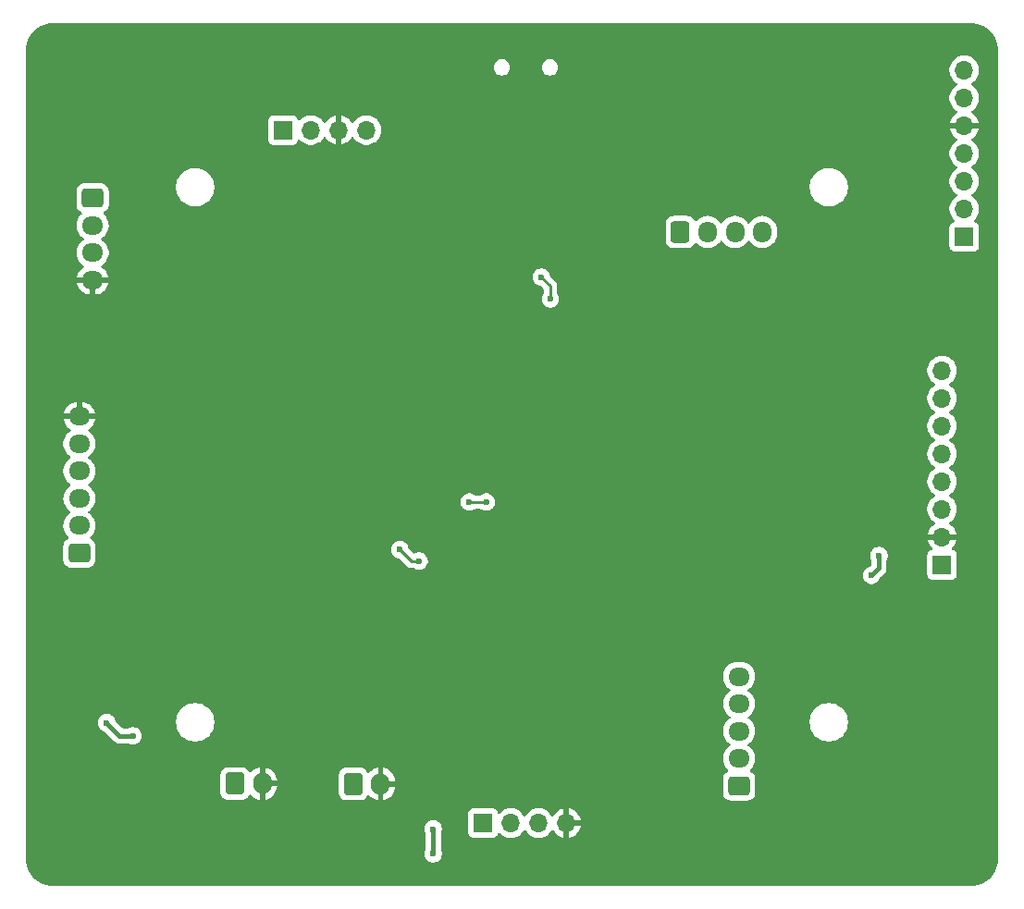
<source format=gbr>
%TF.GenerationSoftware,KiCad,Pcbnew,9.0.1*%
%TF.CreationDate,2025-05-06T12:21:24-06:00*%
%TF.ProjectId,2025_04_STM32F103_RobotBrain,32303235-5f30-4345-9f53-544d33324631,rev?*%
%TF.SameCoordinates,Original*%
%TF.FileFunction,Copper,L2,Bot*%
%TF.FilePolarity,Positive*%
%FSLAX46Y46*%
G04 Gerber Fmt 4.6, Leading zero omitted, Abs format (unit mm)*
G04 Created by KiCad (PCBNEW 9.0.1) date 2025-05-06 12:21:24*
%MOMM*%
%LPD*%
G01*
G04 APERTURE LIST*
G04 Aperture macros list*
%AMRoundRect*
0 Rectangle with rounded corners*
0 $1 Rounding radius*
0 $2 $3 $4 $5 $6 $7 $8 $9 X,Y pos of 4 corners*
0 Add a 4 corners polygon primitive as box body*
4,1,4,$2,$3,$4,$5,$6,$7,$8,$9,$2,$3,0*
0 Add four circle primitives for the rounded corners*
1,1,$1+$1,$2,$3*
1,1,$1+$1,$4,$5*
1,1,$1+$1,$6,$7*
1,1,$1+$1,$8,$9*
0 Add four rect primitives between the rounded corners*
20,1,$1+$1,$2,$3,$4,$5,0*
20,1,$1+$1,$4,$5,$6,$7,0*
20,1,$1+$1,$6,$7,$8,$9,0*
20,1,$1+$1,$8,$9,$2,$3,0*%
G04 Aperture macros list end*
%TA.AperFunction,ComponentPad*%
%ADD10RoundRect,0.250000X-0.600000X-0.750000X0.600000X-0.750000X0.600000X0.750000X-0.600000X0.750000X0*%
%TD*%
%TA.AperFunction,ComponentPad*%
%ADD11O,1.700000X2.000000*%
%TD*%
%TA.AperFunction,ComponentPad*%
%ADD12R,1.700000X1.700000*%
%TD*%
%TA.AperFunction,ComponentPad*%
%ADD13O,1.700000X1.700000*%
%TD*%
%TA.AperFunction,ComponentPad*%
%ADD14RoundRect,0.250000X0.725000X-0.600000X0.725000X0.600000X-0.725000X0.600000X-0.725000X-0.600000X0*%
%TD*%
%TA.AperFunction,ComponentPad*%
%ADD15O,1.950000X1.700000*%
%TD*%
%TA.AperFunction,ComponentPad*%
%ADD16RoundRect,0.250000X-0.725000X0.600000X-0.725000X-0.600000X0.725000X-0.600000X0.725000X0.600000X0*%
%TD*%
%TA.AperFunction,ComponentPad*%
%ADD17RoundRect,0.250000X-0.600000X-0.725000X0.600000X-0.725000X0.600000X0.725000X-0.600000X0.725000X0*%
%TD*%
%TA.AperFunction,ComponentPad*%
%ADD18O,1.700000X1.950000*%
%TD*%
%TA.AperFunction,ViaPad*%
%ADD19C,0.600000*%
%TD*%
%TA.AperFunction,Conductor*%
%ADD20C,0.254000*%
%TD*%
%TA.AperFunction,Conductor*%
%ADD21C,0.381000*%
%TD*%
G04 APERTURE END LIST*
D10*
%TO.P,J6,1,Pin_1*%
%TO.N,+3V3*%
X122580000Y-99900000D03*
D11*
%TO.P,J6,2,Pin_2*%
%TO.N,GND*%
X125080000Y-99900000D03*
%TD*%
D12*
%TO.P,J9,1,Pin_1*%
%TO.N,+3V3*%
X178500000Y-49800000D03*
D13*
%TO.P,J9,2,Pin_2*%
%TO.N,/PS2_SCK*%
X178500000Y-47260000D03*
%TO.P,J9,3,Pin_3*%
%TO.N,unconnected-(J9-Pin_3-Pad3)*%
X178500000Y-44720000D03*
%TO.P,J9,4,Pin_4*%
%TO.N,/PS2_CS*%
X178500000Y-42180000D03*
%TO.P,J9,5,Pin_5*%
%TO.N,GND*%
X178500000Y-39640000D03*
%TO.P,J9,6,Pin_6*%
%TO.N,/PS2_MISO*%
X178500000Y-37100000D03*
%TO.P,J9,7,Pin_7*%
%TO.N,/PS2_MOSI*%
X178500000Y-34560000D03*
%TD*%
D14*
%TO.P,J8,1,Pin_1*%
%TO.N,/E2A*%
X157890000Y-100070000D03*
D15*
%TO.P,J8,2,Pin_2*%
%TO.N,/E2B*%
X157890000Y-97570000D03*
%TO.P,J8,3,Pin_3*%
%TO.N,/E1A*%
X157890000Y-95070000D03*
%TO.P,J8,4,Pin_4*%
%TO.N,/E1B*%
X157890000Y-92570000D03*
%TO.P,J8,5,Pin_5*%
%TO.N,/PWR_ADC*%
X157890000Y-90070000D03*
%TD*%
D12*
%TO.P,J2,1,Pin_1*%
%TO.N,+5V*%
X176465000Y-79835000D03*
D13*
%TO.P,J2,2,Pin_2*%
%TO.N,GND*%
X176465000Y-77295000D03*
%TO.P,J2,3,Pin_3*%
%TO.N,/IMU_I2C_SCL*%
X176465000Y-74755000D03*
%TO.P,J2,4,Pin_4*%
%TO.N,/IMU_I2C_SDA*%
X176465000Y-72215000D03*
%TO.P,J2,5,Pin_5*%
%TO.N,unconnected-(J2-Pin_5-Pad5)*%
X176465000Y-69675000D03*
%TO.P,J2,6,Pin_6*%
%TO.N,unconnected-(J2-Pin_6-Pad6)*%
X176465000Y-67135000D03*
%TO.P,J2,7,Pin_7*%
%TO.N,unconnected-(J2-Pin_7-Pad7)*%
X176465000Y-64595000D03*
%TO.P,J2,8,Pin_8*%
%TO.N,/IMU_INT*%
X176465000Y-62055000D03*
%TD*%
D12*
%TO.P,J4,1,Pin_1*%
%TO.N,+3V3*%
X116160000Y-40040000D03*
D13*
%TO.P,J4,2,Pin_2*%
%TO.N,/SWCLK*%
X118700000Y-40040000D03*
%TO.P,J4,3,Pin_3*%
%TO.N,GND*%
X121240000Y-40040000D03*
%TO.P,J4,4,Pin_4*%
%TO.N,/SWDIO*%
X123780000Y-40040000D03*
%TD*%
D16*
%TO.P,J11,1,Pin_1*%
%TO.N,+3V3*%
X98720000Y-46270000D03*
D15*
%TO.P,J11,2,Pin_2*%
%TO.N,/USER_TX*%
X98720000Y-48770000D03*
%TO.P,J11,3,Pin_3*%
%TO.N,/USER_RX*%
X98720000Y-51270000D03*
%TO.P,J11,4,Pin_4*%
%TO.N,GND*%
X98720000Y-53770000D03*
%TD*%
D12*
%TO.P,J3,1,Pin_1*%
%TO.N,+5V*%
X134460000Y-103485000D03*
D13*
%TO.P,J3,2,Pin_2*%
%TO.N,/ULTRA_TRIG*%
X137000000Y-103485000D03*
%TO.P,J3,3,Pin_3*%
%TO.N,/ULTRA_ECHO*%
X139540000Y-103485000D03*
%TO.P,J3,4,Pin_4*%
%TO.N,GND*%
X142080000Y-103485000D03*
%TD*%
D17*
%TO.P,J7,1,Pin_1*%
%TO.N,/AN2*%
X152510000Y-49370000D03*
D18*
%TO.P,J7,2,Pin_2*%
%TO.N,/AN1*%
X155010000Y-49370000D03*
%TO.P,J7,3,Pin_3*%
%TO.N,/BN2*%
X157510000Y-49370000D03*
%TO.P,J7,4,Pin_4*%
%TO.N,/BN1*%
X160010000Y-49370000D03*
%TD*%
D10*
%TO.P,J5,1,Pin_1*%
%TO.N,+5V*%
X111750000Y-99875000D03*
D11*
%TO.P,J5,2,Pin_2*%
%TO.N,GND*%
X114250000Y-99875000D03*
%TD*%
D14*
%TO.P,J10,1,Pin_1*%
%TO.N,+3V3*%
X97510000Y-78760000D03*
D15*
%TO.P,J10,2,Pin_2*%
%TO.N,/X1*%
X97510000Y-76260000D03*
%TO.P,J10,3,Pin_3*%
%TO.N,/X2*%
X97510000Y-73760000D03*
%TO.P,J10,4,Pin_4*%
%TO.N,/X3*%
X97510000Y-71260000D03*
%TO.P,J10,5,Pin_5*%
%TO.N,/X4*%
X97510000Y-68760000D03*
%TO.P,J10,6,Pin_6*%
%TO.N,GND*%
X97510000Y-66260000D03*
%TD*%
D19*
%TO.N,/USER_LED*%
X134764500Y-74100000D03*
X133200000Y-74100000D03*
%TO.N,+5V*%
X129900000Y-106300000D03*
X129900000Y-104036000D03*
X100000000Y-94300000D03*
X102400000Y-95500000D03*
X170000000Y-80800000D03*
X170700000Y-79000000D03*
%TO.N,+3V3*%
X126847500Y-78461242D03*
X128600000Y-79500000D03*
%TO.N,/BL_WAKEUP*%
X139800000Y-53500000D03*
X140617000Y-55500000D03*
%TO.N,GND*%
X135300000Y-31060000D03*
X135310000Y-31970000D03*
X138320000Y-48630000D03*
X101550000Y-104940000D03*
X136780000Y-35480000D03*
X137200000Y-59890000D03*
X135310000Y-36460000D03*
X100250000Y-97140000D03*
X148430000Y-76280000D03*
X133260000Y-70570000D03*
X160490000Y-38990000D03*
X156300000Y-38970000D03*
X135310000Y-75730000D03*
X141240000Y-79920000D03*
X116610000Y-74610000D03*
X162820000Y-30550000D03*
X150070000Y-72380000D03*
X174000000Y-92900000D03*
X132070000Y-71580000D03*
X133640000Y-85390000D03*
X141410000Y-36420000D03*
X145110000Y-70690000D03*
X173350000Y-99580000D03*
X153880000Y-30560000D03*
X148580000Y-83950000D03*
X135220000Y-88640000D03*
X141420000Y-37150000D03*
X141430000Y-31900000D03*
X141430000Y-31090000D03*
X157700000Y-38950000D03*
X175680000Y-106180000D03*
X148460000Y-78570000D03*
X137960000Y-77270000D03*
X148070000Y-63560000D03*
X148400000Y-32585000D03*
X156420000Y-36240000D03*
X130690000Y-76070000D03*
X133510000Y-59260000D03*
X142390000Y-77290000D03*
X173990000Y-90010000D03*
X142300000Y-74080000D03*
X147470000Y-58420000D03*
X135310000Y-37250000D03*
X147170000Y-41280000D03*
%TD*%
D20*
%TO.N,/USER_LED*%
X133200000Y-74100000D02*
X134764500Y-74100000D01*
D21*
%TO.N,+5V*%
X129900000Y-104036000D02*
X129900000Y-106300000D01*
X102400000Y-95500000D02*
X101200000Y-95500000D01*
X101200000Y-95500000D02*
X100000000Y-94300000D01*
X170700000Y-80100000D02*
X170000000Y-80800000D01*
X170700000Y-79000000D02*
X170700000Y-80100000D01*
D20*
%TO.N,+3V3*%
X128600000Y-79500000D02*
X127886258Y-79500000D01*
X127886258Y-79500000D02*
X126847500Y-78461242D01*
%TO.N,/BL_WAKEUP*%
X140617000Y-54317000D02*
X139800000Y-53500000D01*
X140617000Y-55500000D02*
X140617000Y-54317000D01*
%TD*%
%TA.AperFunction,Conductor*%
%TO.N,GND*%
G36*
X179103736Y-30250727D02*
G01*
X179393796Y-30268272D01*
X179408657Y-30270076D01*
X179690797Y-30321781D01*
X179705334Y-30325364D01*
X179979182Y-30410699D01*
X179993163Y-30416001D01*
X180254732Y-30533724D01*
X180267987Y-30540681D01*
X180513458Y-30689072D01*
X180525776Y-30697574D01*
X180751573Y-30874474D01*
X180762781Y-30884404D01*
X180965595Y-31087219D01*
X180975525Y-31098427D01*
X181152422Y-31324218D01*
X181160928Y-31336541D01*
X181309315Y-31582004D01*
X181316274Y-31595263D01*
X181433996Y-31856832D01*
X181439305Y-31870833D01*
X181524634Y-32144664D01*
X181528218Y-32159202D01*
X181579922Y-32441340D01*
X181581727Y-32456205D01*
X181589097Y-32578033D01*
X181595513Y-32684110D01*
X181599274Y-32746274D01*
X181599500Y-32753761D01*
X181599500Y-106746250D01*
X181599274Y-106753737D01*
X181581728Y-107043795D01*
X181579923Y-107058660D01*
X181528219Y-107340798D01*
X181524635Y-107355336D01*
X181439304Y-107629175D01*
X181433994Y-107643177D01*
X181316277Y-107904731D01*
X181309319Y-107917989D01*
X181160928Y-108163459D01*
X181152422Y-108175782D01*
X180975525Y-108401573D01*
X180965595Y-108412781D01*
X180762781Y-108615596D01*
X180751573Y-108625526D01*
X180525782Y-108802422D01*
X180513458Y-108810928D01*
X180267987Y-108959319D01*
X180254730Y-108966277D01*
X179993176Y-109083994D01*
X179979174Y-109089304D01*
X179705335Y-109174635D01*
X179690797Y-109178219D01*
X179408659Y-109229923D01*
X179393794Y-109231728D01*
X179200701Y-109243408D01*
X179103712Y-109249275D01*
X179096240Y-109249501D01*
X95103752Y-109249501D01*
X95096265Y-109249275D01*
X94806205Y-109231729D01*
X94791340Y-109229924D01*
X94509202Y-109178220D01*
X94494664Y-109174636D01*
X94220832Y-109089307D01*
X94206831Y-109083998D01*
X93945263Y-108966276D01*
X93932004Y-108959317D01*
X93686540Y-108810929D01*
X93674217Y-108802423D01*
X93448426Y-108625527D01*
X93437218Y-108615597D01*
X93234403Y-108412782D01*
X93224473Y-108401574D01*
X93224472Y-108401573D01*
X93047572Y-108175777D01*
X93039074Y-108163466D01*
X92890679Y-107917989D01*
X92883724Y-107904737D01*
X92766001Y-107643168D01*
X92760692Y-107629167D01*
X92752095Y-107601579D01*
X92675362Y-107355335D01*
X92671779Y-107340798D01*
X92620075Y-107058660D01*
X92618270Y-107043795D01*
X92600726Y-106753752D01*
X92600500Y-106746265D01*
X92600500Y-103957153D01*
X129099500Y-103957153D01*
X129099500Y-104114846D01*
X129130261Y-104269489D01*
X129130264Y-104269501D01*
X129190603Y-104415174D01*
X129193475Y-104420546D01*
X129191317Y-104421699D01*
X129208980Y-104478108D01*
X129209000Y-104480322D01*
X129209000Y-105855677D01*
X129191724Y-105914509D01*
X129193479Y-105915447D01*
X129190602Y-105920828D01*
X129130264Y-106066498D01*
X129130261Y-106066510D01*
X129099500Y-106221153D01*
X129099500Y-106378846D01*
X129130261Y-106533489D01*
X129130264Y-106533501D01*
X129190602Y-106679172D01*
X129190609Y-106679185D01*
X129278210Y-106810288D01*
X129278213Y-106810292D01*
X129389707Y-106921786D01*
X129389711Y-106921789D01*
X129520814Y-107009390D01*
X129520827Y-107009397D01*
X129666498Y-107069735D01*
X129666503Y-107069737D01*
X129821153Y-107100499D01*
X129821156Y-107100500D01*
X129821158Y-107100500D01*
X129978844Y-107100500D01*
X129978845Y-107100499D01*
X130133497Y-107069737D01*
X130279179Y-107009394D01*
X130410289Y-106921789D01*
X130521789Y-106810289D01*
X130609394Y-106679179D01*
X130669737Y-106533497D01*
X130700500Y-106378842D01*
X130700500Y-106221158D01*
X130700500Y-106221155D01*
X130700499Y-106221153D01*
X130669738Y-106066510D01*
X130669737Y-106066503D01*
X130609394Y-105920821D01*
X130609390Y-105920815D01*
X130606521Y-105915447D01*
X130608676Y-105914294D01*
X130591019Y-105857869D01*
X130591000Y-105855677D01*
X130591000Y-104480322D01*
X130608277Y-104421482D01*
X130606525Y-104420546D01*
X130609390Y-104415184D01*
X130609394Y-104415179D01*
X130669737Y-104269497D01*
X130700500Y-104114842D01*
X130700500Y-103957158D01*
X130700500Y-103957155D01*
X130700499Y-103957153D01*
X130669738Y-103802510D01*
X130669737Y-103802503D01*
X130669167Y-103801126D01*
X130609397Y-103656827D01*
X130609390Y-103656814D01*
X130521789Y-103525711D01*
X130521786Y-103525707D01*
X130410292Y-103414213D01*
X130410288Y-103414210D01*
X130279185Y-103326609D01*
X130279172Y-103326602D01*
X130133501Y-103266264D01*
X130133489Y-103266261D01*
X129978845Y-103235500D01*
X129978842Y-103235500D01*
X129821158Y-103235500D01*
X129821155Y-103235500D01*
X129666510Y-103266261D01*
X129666498Y-103266264D01*
X129520827Y-103326602D01*
X129520814Y-103326609D01*
X129389711Y-103414210D01*
X129389707Y-103414213D01*
X129278213Y-103525707D01*
X129278210Y-103525711D01*
X129190609Y-103656814D01*
X129190602Y-103656827D01*
X129130264Y-103802498D01*
X129130261Y-103802510D01*
X129099500Y-103957153D01*
X92600500Y-103957153D01*
X92600500Y-102587135D01*
X133109500Y-102587135D01*
X133109500Y-104382870D01*
X133109501Y-104382876D01*
X133115908Y-104442483D01*
X133166202Y-104577328D01*
X133166206Y-104577335D01*
X133252452Y-104692544D01*
X133252455Y-104692547D01*
X133367664Y-104778793D01*
X133367671Y-104778797D01*
X133502517Y-104829091D01*
X133502516Y-104829091D01*
X133509444Y-104829835D01*
X133562127Y-104835500D01*
X135357872Y-104835499D01*
X135417483Y-104829091D01*
X135552331Y-104778796D01*
X135667546Y-104692546D01*
X135753796Y-104577331D01*
X135802810Y-104445916D01*
X135844681Y-104389984D01*
X135910145Y-104365566D01*
X135978418Y-104380417D01*
X136006673Y-104401569D01*
X136120213Y-104515109D01*
X136292179Y-104640048D01*
X136292181Y-104640049D01*
X136292184Y-104640051D01*
X136481588Y-104736557D01*
X136683757Y-104802246D01*
X136893713Y-104835500D01*
X136893714Y-104835500D01*
X137106286Y-104835500D01*
X137106287Y-104835500D01*
X137316243Y-104802246D01*
X137518412Y-104736557D01*
X137707816Y-104640051D01*
X137794138Y-104577335D01*
X137879786Y-104515109D01*
X137879788Y-104515106D01*
X137879792Y-104515104D01*
X138030104Y-104364792D01*
X138030106Y-104364788D01*
X138030109Y-104364786D01*
X138155048Y-104192820D01*
X138155047Y-104192820D01*
X138155051Y-104192816D01*
X138159514Y-104184054D01*
X138207488Y-104133259D01*
X138275308Y-104116463D01*
X138341444Y-104138999D01*
X138380486Y-104184056D01*
X138384951Y-104192820D01*
X138509890Y-104364786D01*
X138660213Y-104515109D01*
X138832179Y-104640048D01*
X138832181Y-104640049D01*
X138832184Y-104640051D01*
X139021588Y-104736557D01*
X139223757Y-104802246D01*
X139433713Y-104835500D01*
X139433714Y-104835500D01*
X139646286Y-104835500D01*
X139646287Y-104835500D01*
X139856243Y-104802246D01*
X140058412Y-104736557D01*
X140247816Y-104640051D01*
X140334138Y-104577335D01*
X140419786Y-104515109D01*
X140419788Y-104515106D01*
X140419792Y-104515104D01*
X140570104Y-104364792D01*
X140570106Y-104364788D01*
X140570109Y-104364786D01*
X140695048Y-104192820D01*
X140695051Y-104192816D01*
X140699793Y-104183508D01*
X140747763Y-104132711D01*
X140815583Y-104115911D01*
X140881719Y-104138445D01*
X140920763Y-104183500D01*
X140925377Y-104192555D01*
X141050272Y-104364459D01*
X141050276Y-104364464D01*
X141200535Y-104514723D01*
X141200540Y-104514727D01*
X141372442Y-104639620D01*
X141561782Y-104736095D01*
X141763871Y-104801757D01*
X141830000Y-104812231D01*
X141830000Y-103918012D01*
X141887007Y-103950925D01*
X142014174Y-103985000D01*
X142145826Y-103985000D01*
X142272993Y-103950925D01*
X142330000Y-103918012D01*
X142330000Y-104812230D01*
X142396126Y-104801757D01*
X142396129Y-104801757D01*
X142598217Y-104736095D01*
X142787557Y-104639620D01*
X142959459Y-104514727D01*
X142959464Y-104514723D01*
X143109723Y-104364464D01*
X143109727Y-104364459D01*
X143234620Y-104192557D01*
X143331095Y-104003217D01*
X143396757Y-103801129D01*
X143396757Y-103801126D01*
X143407231Y-103735000D01*
X142513012Y-103735000D01*
X142545925Y-103677993D01*
X142580000Y-103550826D01*
X142580000Y-103419174D01*
X142545925Y-103292007D01*
X142513012Y-103235000D01*
X143407231Y-103235000D01*
X143396757Y-103168873D01*
X143396757Y-103168870D01*
X143331095Y-102966782D01*
X143234620Y-102777442D01*
X143109727Y-102605540D01*
X143109723Y-102605535D01*
X142959464Y-102455276D01*
X142959459Y-102455272D01*
X142787557Y-102330379D01*
X142598215Y-102233903D01*
X142396124Y-102168241D01*
X142330000Y-102157768D01*
X142330000Y-103051988D01*
X142272993Y-103019075D01*
X142145826Y-102985000D01*
X142014174Y-102985000D01*
X141887007Y-103019075D01*
X141830000Y-103051988D01*
X141830000Y-102157768D01*
X141829999Y-102157768D01*
X141763875Y-102168241D01*
X141561784Y-102233903D01*
X141372442Y-102330379D01*
X141200540Y-102455272D01*
X141200535Y-102455276D01*
X141050276Y-102605535D01*
X141050272Y-102605540D01*
X140925378Y-102777443D01*
X140920762Y-102786502D01*
X140872784Y-102837295D01*
X140804963Y-102854087D01*
X140738829Y-102831546D01*
X140699794Y-102786493D01*
X140695051Y-102777184D01*
X140695049Y-102777181D01*
X140695048Y-102777179D01*
X140570109Y-102605213D01*
X140419786Y-102454890D01*
X140247820Y-102329951D01*
X140058414Y-102233444D01*
X140058413Y-102233443D01*
X140058412Y-102233443D01*
X139856243Y-102167754D01*
X139856241Y-102167753D01*
X139856240Y-102167753D01*
X139694957Y-102142208D01*
X139646287Y-102134500D01*
X139433713Y-102134500D01*
X139385042Y-102142208D01*
X139223760Y-102167753D01*
X139021585Y-102233444D01*
X138832179Y-102329951D01*
X138660213Y-102454890D01*
X138509890Y-102605213D01*
X138384949Y-102777182D01*
X138380484Y-102785946D01*
X138332509Y-102836742D01*
X138264688Y-102853536D01*
X138198553Y-102830998D01*
X138159516Y-102785946D01*
X138155050Y-102777182D01*
X138030109Y-102605213D01*
X137879786Y-102454890D01*
X137707820Y-102329951D01*
X137518414Y-102233444D01*
X137518413Y-102233443D01*
X137518412Y-102233443D01*
X137316243Y-102167754D01*
X137316241Y-102167753D01*
X137316240Y-102167753D01*
X137154957Y-102142208D01*
X137106287Y-102134500D01*
X136893713Y-102134500D01*
X136845042Y-102142208D01*
X136683760Y-102167753D01*
X136481585Y-102233444D01*
X136292179Y-102329951D01*
X136120215Y-102454889D01*
X136006673Y-102568431D01*
X135945350Y-102601915D01*
X135875658Y-102596931D01*
X135819725Y-102555059D01*
X135802810Y-102524082D01*
X135753797Y-102392671D01*
X135753793Y-102392664D01*
X135667547Y-102277455D01*
X135667544Y-102277452D01*
X135552335Y-102191206D01*
X135552328Y-102191202D01*
X135417482Y-102140908D01*
X135417483Y-102140908D01*
X135357883Y-102134501D01*
X135357881Y-102134500D01*
X135357873Y-102134500D01*
X135357864Y-102134500D01*
X133562129Y-102134500D01*
X133562123Y-102134501D01*
X133502516Y-102140908D01*
X133367671Y-102191202D01*
X133367664Y-102191206D01*
X133252455Y-102277452D01*
X133252452Y-102277455D01*
X133166206Y-102392664D01*
X133166202Y-102392671D01*
X133115908Y-102527517D01*
X133109501Y-102587116D01*
X133109500Y-102587135D01*
X92600500Y-102587135D01*
X92600500Y-99074983D01*
X110399500Y-99074983D01*
X110399500Y-100675001D01*
X110399501Y-100675018D01*
X110410000Y-100777796D01*
X110410001Y-100777799D01*
X110465185Y-100944331D01*
X110465186Y-100944334D01*
X110557288Y-101093656D01*
X110681344Y-101217712D01*
X110830666Y-101309814D01*
X110997203Y-101364999D01*
X111099991Y-101375500D01*
X112400008Y-101375499D01*
X112502797Y-101364999D01*
X112669334Y-101309814D01*
X112818656Y-101217712D01*
X112942712Y-101093656D01*
X113034814Y-100944334D01*
X113034814Y-100944331D01*
X113038448Y-100938441D01*
X113090395Y-100891716D01*
X113159358Y-100880493D01*
X113223440Y-100908336D01*
X113231668Y-100915856D01*
X113370535Y-101054723D01*
X113370540Y-101054727D01*
X113542442Y-101179620D01*
X113731782Y-101276095D01*
X113933871Y-101341757D01*
X114000000Y-101352231D01*
X114000000Y-100308012D01*
X114057007Y-100340925D01*
X114184174Y-100375000D01*
X114315826Y-100375000D01*
X114442993Y-100340925D01*
X114500000Y-100308012D01*
X114500000Y-101352230D01*
X114566126Y-101341757D01*
X114566129Y-101341757D01*
X114768217Y-101276095D01*
X114957557Y-101179620D01*
X115129459Y-101054727D01*
X115129464Y-101054723D01*
X115279723Y-100904464D01*
X115279727Y-100904459D01*
X115404620Y-100732557D01*
X115501095Y-100543217D01*
X115566757Y-100341130D01*
X115566757Y-100341127D01*
X115600000Y-100131246D01*
X115600000Y-100125000D01*
X114683012Y-100125000D01*
X114715925Y-100067993D01*
X114750000Y-99940826D01*
X114750000Y-99809174D01*
X114715925Y-99682007D01*
X114683012Y-99625000D01*
X115600000Y-99625000D01*
X115600000Y-99618753D01*
X115566757Y-99408872D01*
X115566757Y-99408869D01*
X115501094Y-99206780D01*
X115473758Y-99153130D01*
X115473757Y-99153129D01*
X115446677Y-99099983D01*
X121229500Y-99099983D01*
X121229500Y-100700001D01*
X121229501Y-100700018D01*
X121240000Y-100802796D01*
X121240001Y-100802799D01*
X121273690Y-100904464D01*
X121295186Y-100969334D01*
X121387288Y-101118656D01*
X121511344Y-101242712D01*
X121660666Y-101334814D01*
X121827203Y-101389999D01*
X121929991Y-101400500D01*
X123230008Y-101400499D01*
X123332797Y-101389999D01*
X123499334Y-101334814D01*
X123648656Y-101242712D01*
X123772712Y-101118656D01*
X123864814Y-100969334D01*
X123864814Y-100969331D01*
X123868448Y-100963441D01*
X123920395Y-100916716D01*
X123989358Y-100905493D01*
X124053440Y-100933336D01*
X124061668Y-100940856D01*
X124200535Y-101079723D01*
X124200540Y-101079727D01*
X124372442Y-101204620D01*
X124561782Y-101301095D01*
X124763871Y-101366757D01*
X124830000Y-101377231D01*
X124830000Y-100333012D01*
X124887007Y-100365925D01*
X125014174Y-100400000D01*
X125145826Y-100400000D01*
X125272993Y-100365925D01*
X125330000Y-100333012D01*
X125330000Y-101377230D01*
X125396126Y-101366757D01*
X125396129Y-101366757D01*
X125598217Y-101301095D01*
X125787557Y-101204620D01*
X125959459Y-101079727D01*
X125959464Y-101079723D01*
X126109723Y-100929464D01*
X126109727Y-100929459D01*
X126234620Y-100757557D01*
X126331095Y-100568217D01*
X126396757Y-100366130D01*
X126396757Y-100366127D01*
X126430000Y-100156246D01*
X126430000Y-100150000D01*
X125513012Y-100150000D01*
X125545925Y-100092993D01*
X125580000Y-99965826D01*
X125580000Y-99834174D01*
X125545925Y-99707007D01*
X125513012Y-99650000D01*
X126430000Y-99650000D01*
X126430000Y-99643753D01*
X126396757Y-99433872D01*
X126396757Y-99433869D01*
X126331095Y-99231782D01*
X126234620Y-99042442D01*
X126109727Y-98870540D01*
X126109723Y-98870535D01*
X125959464Y-98720276D01*
X125959459Y-98720272D01*
X125787557Y-98595379D01*
X125598215Y-98498903D01*
X125396124Y-98433241D01*
X125330000Y-98422768D01*
X125330000Y-99466988D01*
X125272993Y-99434075D01*
X125145826Y-99400000D01*
X125014174Y-99400000D01*
X124887007Y-99434075D01*
X124830000Y-99466988D01*
X124830000Y-98422768D01*
X124829999Y-98422768D01*
X124763875Y-98433241D01*
X124561784Y-98498903D01*
X124372442Y-98595379D01*
X124200541Y-98720271D01*
X124061668Y-98859144D01*
X124000345Y-98892628D01*
X123930653Y-98887644D01*
X123874720Y-98845772D01*
X123868448Y-98836558D01*
X123799670Y-98725051D01*
X123772712Y-98681344D01*
X123648656Y-98557288D01*
X123499334Y-98465186D01*
X123332797Y-98410001D01*
X123332795Y-98410000D01*
X123230010Y-98399500D01*
X121929998Y-98399500D01*
X121929981Y-98399501D01*
X121827203Y-98410000D01*
X121827200Y-98410001D01*
X121660668Y-98465185D01*
X121660663Y-98465187D01*
X121511342Y-98557289D01*
X121387289Y-98681342D01*
X121295187Y-98830663D01*
X121295185Y-98830668D01*
X121276305Y-98887644D01*
X121240001Y-98997203D01*
X121240001Y-98997204D01*
X121240000Y-98997204D01*
X121229500Y-99099983D01*
X115446677Y-99099983D01*
X115404620Y-99017442D01*
X115279727Y-98845540D01*
X115279723Y-98845535D01*
X115129464Y-98695276D01*
X115129459Y-98695272D01*
X114957557Y-98570379D01*
X114768215Y-98473903D01*
X114566124Y-98408241D01*
X114500000Y-98397768D01*
X114500000Y-99441988D01*
X114442993Y-99409075D01*
X114315826Y-99375000D01*
X114184174Y-99375000D01*
X114057007Y-99409075D01*
X114000000Y-99441988D01*
X114000000Y-98397768D01*
X113999999Y-98397768D01*
X113933875Y-98408241D01*
X113731784Y-98473903D01*
X113542442Y-98570379D01*
X113370541Y-98695271D01*
X113231668Y-98834144D01*
X113170345Y-98867628D01*
X113100653Y-98862644D01*
X113044720Y-98820772D01*
X113038448Y-98811558D01*
X112985272Y-98725346D01*
X112942712Y-98656344D01*
X112818656Y-98532288D01*
X112669334Y-98440186D01*
X112502797Y-98385001D01*
X112502795Y-98385000D01*
X112400010Y-98374500D01*
X111099998Y-98374500D01*
X111099981Y-98374501D01*
X110997203Y-98385000D01*
X110997200Y-98385001D01*
X110830668Y-98440185D01*
X110830663Y-98440187D01*
X110681342Y-98532289D01*
X110557289Y-98656342D01*
X110465187Y-98805663D01*
X110465185Y-98805668D01*
X110443689Y-98870540D01*
X110410001Y-98972203D01*
X110410001Y-98972204D01*
X110410000Y-98972204D01*
X110399500Y-99074983D01*
X92600500Y-99074983D01*
X92600500Y-94221153D01*
X99199500Y-94221153D01*
X99199500Y-94378846D01*
X99230261Y-94533489D01*
X99230264Y-94533501D01*
X99290602Y-94679172D01*
X99290609Y-94679185D01*
X99378210Y-94810288D01*
X99378213Y-94810292D01*
X99489707Y-94921786D01*
X99489711Y-94921789D01*
X99620814Y-95009390D01*
X99620823Y-95009395D01*
X99766503Y-95069737D01*
X99772325Y-95071503D01*
X99771612Y-95073851D01*
X99823964Y-95101214D01*
X99825571Y-95102793D01*
X100759507Y-96036730D01*
X100759514Y-96036736D01*
X100872687Y-96112355D01*
X100872690Y-96112357D01*
X100998438Y-96164443D01*
X100998443Y-96164445D01*
X100998447Y-96164445D01*
X100998448Y-96164446D01*
X101131939Y-96191000D01*
X101131942Y-96191000D01*
X101955677Y-96191000D01*
X102014509Y-96208275D01*
X102015447Y-96206521D01*
X102020815Y-96209390D01*
X102020821Y-96209394D01*
X102020827Y-96209396D01*
X102020828Y-96209397D01*
X102166498Y-96269735D01*
X102166503Y-96269737D01*
X102295398Y-96295376D01*
X102321153Y-96300499D01*
X102321156Y-96300500D01*
X102321158Y-96300500D01*
X102478844Y-96300500D01*
X102478845Y-96300499D01*
X102633497Y-96269737D01*
X102779179Y-96209394D01*
X102910289Y-96121789D01*
X103021789Y-96010289D01*
X103109394Y-95879179D01*
X103169737Y-95733497D01*
X103200500Y-95578842D01*
X103200500Y-95421158D01*
X103200500Y-95421155D01*
X103200499Y-95421153D01*
X103169738Y-95266510D01*
X103169737Y-95266503D01*
X103132369Y-95176287D01*
X103109397Y-95120827D01*
X103109390Y-95120814D01*
X103021789Y-94989711D01*
X103021786Y-94989707D01*
X102910292Y-94878213D01*
X102910288Y-94878210D01*
X102779185Y-94790609D01*
X102779172Y-94790602D01*
X102633501Y-94730264D01*
X102633489Y-94730261D01*
X102478845Y-94699500D01*
X102478842Y-94699500D01*
X102321158Y-94699500D01*
X102321155Y-94699500D01*
X102166510Y-94730261D01*
X102166498Y-94730264D01*
X102020828Y-94790602D01*
X102015447Y-94793479D01*
X102014294Y-94791323D01*
X101957869Y-94808981D01*
X101955677Y-94809000D01*
X101537584Y-94809000D01*
X101470545Y-94789315D01*
X101449903Y-94772681D01*
X100812481Y-94135259D01*
X106349500Y-94135259D01*
X106349500Y-94364742D01*
X106371717Y-94533489D01*
X106379452Y-94592239D01*
X106437527Y-94808981D01*
X106438842Y-94813888D01*
X106526650Y-95025877D01*
X106526657Y-95025891D01*
X106552991Y-95071503D01*
X106613487Y-95176286D01*
X106641392Y-95224618D01*
X106781081Y-95406662D01*
X106781089Y-95406671D01*
X106943330Y-95568912D01*
X106943338Y-95568919D01*
X107125382Y-95708608D01*
X107125385Y-95708609D01*
X107125388Y-95708612D01*
X107324112Y-95823345D01*
X107324117Y-95823347D01*
X107324123Y-95823350D01*
X107415480Y-95861191D01*
X107536113Y-95911159D01*
X107757762Y-95970549D01*
X107985266Y-96000501D01*
X107985273Y-96000501D01*
X108214727Y-96000501D01*
X108214734Y-96000501D01*
X108442238Y-95970549D01*
X108663887Y-95911159D01*
X108875888Y-95823345D01*
X109074612Y-95708612D01*
X109256661Y-95568920D01*
X109256665Y-95568915D01*
X109256670Y-95568912D01*
X109418911Y-95406671D01*
X109418914Y-95406666D01*
X109418919Y-95406662D01*
X109558611Y-95224613D01*
X109673344Y-95025889D01*
X109761158Y-94813888D01*
X109820548Y-94592239D01*
X109850500Y-94364735D01*
X109850500Y-94135267D01*
X109820548Y-93907763D01*
X109761158Y-93686114D01*
X109696602Y-93530263D01*
X109673349Y-93474124D01*
X109673346Y-93474118D01*
X109673344Y-93474113D01*
X109558611Y-93275389D01*
X109558608Y-93275386D01*
X109558607Y-93275383D01*
X109418918Y-93093339D01*
X109418911Y-93093331D01*
X109256670Y-92931090D01*
X109256661Y-92931082D01*
X109074617Y-92791393D01*
X108875890Y-92676658D01*
X108875876Y-92676651D01*
X108663887Y-92588843D01*
X108442238Y-92529453D01*
X108404215Y-92524447D01*
X108214741Y-92499501D01*
X108214734Y-92499501D01*
X107985266Y-92499501D01*
X107985258Y-92499501D01*
X107768715Y-92528010D01*
X107757762Y-92529453D01*
X107664076Y-92554555D01*
X107536112Y-92588843D01*
X107324123Y-92676651D01*
X107324109Y-92676658D01*
X107125382Y-92791393D01*
X106943338Y-92931082D01*
X106781081Y-93093339D01*
X106641392Y-93275383D01*
X106526657Y-93474110D01*
X106526650Y-93474124D01*
X106438842Y-93686113D01*
X106379453Y-93907760D01*
X106379451Y-93907771D01*
X106349500Y-94135259D01*
X100812481Y-94135259D01*
X100802793Y-94125571D01*
X100773403Y-94071748D01*
X100771503Y-94072325D01*
X100769737Y-94066503D01*
X100709395Y-93920823D01*
X100709390Y-93920814D01*
X100621789Y-93789711D01*
X100621786Y-93789707D01*
X100510292Y-93678213D01*
X100510288Y-93678210D01*
X100379185Y-93590609D01*
X100379172Y-93590602D01*
X100233501Y-93530264D01*
X100233489Y-93530261D01*
X100078845Y-93499500D01*
X100078842Y-93499500D01*
X99921158Y-93499500D01*
X99921155Y-93499500D01*
X99766510Y-93530261D01*
X99766498Y-93530264D01*
X99620827Y-93590602D01*
X99620814Y-93590609D01*
X99489711Y-93678210D01*
X99489707Y-93678213D01*
X99378213Y-93789707D01*
X99378210Y-93789711D01*
X99290609Y-93920814D01*
X99290602Y-93920827D01*
X99230264Y-94066498D01*
X99230261Y-94066510D01*
X99199500Y-94221153D01*
X92600500Y-94221153D01*
X92600500Y-89963713D01*
X156414500Y-89963713D01*
X156414500Y-90176286D01*
X156447753Y-90386239D01*
X156513444Y-90588414D01*
X156609951Y-90777820D01*
X156734890Y-90949786D01*
X156885209Y-91100105D01*
X156885214Y-91100109D01*
X157049793Y-91219682D01*
X157092459Y-91275011D01*
X157098438Y-91344625D01*
X157065833Y-91406420D01*
X157049793Y-91420318D01*
X156885214Y-91539890D01*
X156885209Y-91539894D01*
X156734890Y-91690213D01*
X156609951Y-91862179D01*
X156513444Y-92051585D01*
X156447753Y-92253760D01*
X156414500Y-92463713D01*
X156414500Y-92676286D01*
X156447753Y-92886239D01*
X156513444Y-93088414D01*
X156609951Y-93277820D01*
X156734890Y-93449786D01*
X156885209Y-93600105D01*
X156885214Y-93600109D01*
X157049793Y-93719682D01*
X157092459Y-93775011D01*
X157098438Y-93844625D01*
X157065833Y-93906420D01*
X157049793Y-93920318D01*
X156885214Y-94039890D01*
X156885209Y-94039894D01*
X156734890Y-94190213D01*
X156609951Y-94362179D01*
X156513444Y-94551585D01*
X156447753Y-94753760D01*
X156428042Y-94878210D01*
X156414500Y-94963713D01*
X156414500Y-95176287D01*
X156447754Y-95386243D01*
X156510334Y-95578844D01*
X156513444Y-95588414D01*
X156609951Y-95777820D01*
X156734890Y-95949786D01*
X156885209Y-96100105D01*
X156885214Y-96100109D01*
X157049793Y-96219682D01*
X157092459Y-96275011D01*
X157098438Y-96344625D01*
X157065833Y-96406420D01*
X157049793Y-96420318D01*
X156885214Y-96539890D01*
X156885209Y-96539894D01*
X156734890Y-96690213D01*
X156609951Y-96862179D01*
X156513444Y-97051585D01*
X156447753Y-97253760D01*
X156414500Y-97463713D01*
X156414500Y-97676286D01*
X156447753Y-97886239D01*
X156513444Y-98088414D01*
X156609951Y-98277820D01*
X156734890Y-98449786D01*
X156873705Y-98588601D01*
X156907190Y-98649924D01*
X156902206Y-98719616D01*
X156860334Y-98775549D01*
X156851121Y-98781821D01*
X156696342Y-98877289D01*
X156572289Y-99001342D01*
X156480187Y-99150663D01*
X156480185Y-99150668D01*
X156461592Y-99206780D01*
X156425001Y-99317203D01*
X156425001Y-99317204D01*
X156425000Y-99317204D01*
X156414500Y-99419983D01*
X156414500Y-100720001D01*
X156414501Y-100720018D01*
X156425000Y-100822796D01*
X156425001Y-100822799D01*
X156464122Y-100940856D01*
X156480186Y-100989334D01*
X156572288Y-101138656D01*
X156696344Y-101262712D01*
X156845666Y-101354814D01*
X157012203Y-101409999D01*
X157114991Y-101420500D01*
X158665008Y-101420499D01*
X158767797Y-101409999D01*
X158934334Y-101354814D01*
X159083656Y-101262712D01*
X159207712Y-101138656D01*
X159299814Y-100989334D01*
X159354999Y-100822797D01*
X159365500Y-100720009D01*
X159365499Y-99419992D01*
X159354999Y-99317203D01*
X159299814Y-99150666D01*
X159207712Y-99001344D01*
X159083656Y-98877288D01*
X158934334Y-98785186D01*
X158934333Y-98785185D01*
X158928878Y-98781821D01*
X158882154Y-98729873D01*
X158870931Y-98660910D01*
X158898775Y-98596828D01*
X158906272Y-98588623D01*
X159045104Y-98449792D01*
X159052083Y-98440187D01*
X159170048Y-98277820D01*
X159170047Y-98277820D01*
X159170051Y-98277816D01*
X159266557Y-98088412D01*
X159332246Y-97886243D01*
X159365500Y-97676287D01*
X159365500Y-97463713D01*
X159332246Y-97253757D01*
X159266557Y-97051588D01*
X159170051Y-96862184D01*
X159170049Y-96862181D01*
X159170048Y-96862179D01*
X159045109Y-96690213D01*
X158894792Y-96539896D01*
X158894784Y-96539890D01*
X158730204Y-96420316D01*
X158687540Y-96364989D01*
X158681561Y-96295376D01*
X158714166Y-96233580D01*
X158730199Y-96219686D01*
X158894792Y-96100104D01*
X159045104Y-95949792D01*
X159045106Y-95949788D01*
X159045109Y-95949786D01*
X159170048Y-95777820D01*
X159170047Y-95777820D01*
X159170051Y-95777816D01*
X159266557Y-95588412D01*
X159332246Y-95386243D01*
X159365500Y-95176287D01*
X159365500Y-94963713D01*
X159332246Y-94753757D01*
X159266557Y-94551588D01*
X159170051Y-94362184D01*
X159170049Y-94362181D01*
X159170048Y-94362179D01*
X159055193Y-94204093D01*
X159045109Y-94190214D01*
X159045105Y-94190209D01*
X158990155Y-94135259D01*
X164349500Y-94135259D01*
X164349500Y-94364742D01*
X164371717Y-94533489D01*
X164379452Y-94592239D01*
X164437527Y-94808981D01*
X164438842Y-94813888D01*
X164526650Y-95025877D01*
X164526657Y-95025891D01*
X164552991Y-95071503D01*
X164613487Y-95176286D01*
X164641392Y-95224618D01*
X164781081Y-95406662D01*
X164781089Y-95406671D01*
X164943330Y-95568912D01*
X164943338Y-95568919D01*
X165125382Y-95708608D01*
X165125385Y-95708609D01*
X165125388Y-95708612D01*
X165324112Y-95823345D01*
X165324117Y-95823347D01*
X165324123Y-95823350D01*
X165415480Y-95861191D01*
X165536113Y-95911159D01*
X165757762Y-95970549D01*
X165985266Y-96000501D01*
X165985273Y-96000501D01*
X166214727Y-96000501D01*
X166214734Y-96000501D01*
X166442238Y-95970549D01*
X166663887Y-95911159D01*
X166875888Y-95823345D01*
X167074612Y-95708612D01*
X167256661Y-95568920D01*
X167256665Y-95568915D01*
X167256670Y-95568912D01*
X167418911Y-95406671D01*
X167418914Y-95406666D01*
X167418919Y-95406662D01*
X167558611Y-95224613D01*
X167673344Y-95025889D01*
X167761158Y-94813888D01*
X167820548Y-94592239D01*
X167850500Y-94364735D01*
X167850500Y-94135267D01*
X167820548Y-93907763D01*
X167761158Y-93686114D01*
X167696602Y-93530263D01*
X167673349Y-93474124D01*
X167673346Y-93474118D01*
X167673344Y-93474113D01*
X167558611Y-93275389D01*
X167558608Y-93275386D01*
X167558607Y-93275383D01*
X167418918Y-93093339D01*
X167418911Y-93093331D01*
X167256670Y-92931090D01*
X167256661Y-92931082D01*
X167074617Y-92791393D01*
X166875890Y-92676658D01*
X166875876Y-92676651D01*
X166663887Y-92588843D01*
X166442238Y-92529453D01*
X166404215Y-92524447D01*
X166214741Y-92499501D01*
X166214734Y-92499501D01*
X165985266Y-92499501D01*
X165985258Y-92499501D01*
X165768715Y-92528010D01*
X165757762Y-92529453D01*
X165664076Y-92554555D01*
X165536112Y-92588843D01*
X165324123Y-92676651D01*
X165324109Y-92676658D01*
X165125382Y-92791393D01*
X164943338Y-92931082D01*
X164781081Y-93093339D01*
X164641392Y-93275383D01*
X164526657Y-93474110D01*
X164526650Y-93474124D01*
X164438842Y-93686113D01*
X164379453Y-93907760D01*
X164379451Y-93907771D01*
X164349500Y-94135259D01*
X158990155Y-94135259D01*
X158894792Y-94039896D01*
X158884520Y-94032433D01*
X158730204Y-93920316D01*
X158687540Y-93864989D01*
X158681561Y-93795376D01*
X158714166Y-93733580D01*
X158730199Y-93719686D01*
X158894792Y-93600104D01*
X159045104Y-93449792D01*
X159045106Y-93449788D01*
X159045109Y-93449786D01*
X159170048Y-93277820D01*
X159170047Y-93277820D01*
X159170051Y-93277816D01*
X159266557Y-93088412D01*
X159332246Y-92886243D01*
X159365500Y-92676287D01*
X159365500Y-92463713D01*
X159332246Y-92253757D01*
X159266557Y-92051588D01*
X159170051Y-91862184D01*
X159170049Y-91862181D01*
X159170048Y-91862179D01*
X159045109Y-91690213D01*
X158894792Y-91539896D01*
X158894784Y-91539890D01*
X158730204Y-91420316D01*
X158687540Y-91364989D01*
X158681561Y-91295376D01*
X158714166Y-91233580D01*
X158730199Y-91219686D01*
X158894792Y-91100104D01*
X159045104Y-90949792D01*
X159045106Y-90949788D01*
X159045109Y-90949786D01*
X159170048Y-90777820D01*
X159170047Y-90777820D01*
X159170051Y-90777816D01*
X159266557Y-90588412D01*
X159332246Y-90386243D01*
X159365500Y-90176287D01*
X159365500Y-89963713D01*
X159332246Y-89753757D01*
X159266557Y-89551588D01*
X159170051Y-89362184D01*
X159170049Y-89362181D01*
X159170048Y-89362179D01*
X159045109Y-89190213D01*
X158894786Y-89039890D01*
X158722820Y-88914951D01*
X158533414Y-88818444D01*
X158533413Y-88818443D01*
X158533412Y-88818443D01*
X158331243Y-88752754D01*
X158331241Y-88752753D01*
X158331240Y-88752753D01*
X158169957Y-88727208D01*
X158121287Y-88719500D01*
X157658713Y-88719500D01*
X157610042Y-88727208D01*
X157448760Y-88752753D01*
X157246585Y-88818444D01*
X157057179Y-88914951D01*
X156885213Y-89039890D01*
X156734890Y-89190213D01*
X156609951Y-89362179D01*
X156513444Y-89551585D01*
X156447753Y-89753760D01*
X156414500Y-89963713D01*
X92600500Y-89963713D01*
X92600500Y-80721153D01*
X169199500Y-80721153D01*
X169199500Y-80878846D01*
X169230261Y-81033489D01*
X169230264Y-81033501D01*
X169290602Y-81179172D01*
X169290609Y-81179185D01*
X169378210Y-81310288D01*
X169378213Y-81310292D01*
X169489707Y-81421786D01*
X169489711Y-81421789D01*
X169620814Y-81509390D01*
X169620827Y-81509397D01*
X169766498Y-81569735D01*
X169766503Y-81569737D01*
X169921153Y-81600499D01*
X169921156Y-81600500D01*
X169921158Y-81600500D01*
X170078844Y-81600500D01*
X170078845Y-81600499D01*
X170233497Y-81569737D01*
X170379179Y-81509394D01*
X170510289Y-81421789D01*
X170621789Y-81310289D01*
X170709394Y-81179179D01*
X170769737Y-81033497D01*
X170769738Y-81033489D01*
X170771505Y-81027668D01*
X170773859Y-81028382D01*
X170801194Y-80976055D01*
X170802684Y-80974536D01*
X171236735Y-80540487D01*
X171312356Y-80427312D01*
X171364445Y-80301558D01*
X171370774Y-80269737D01*
X171391000Y-80168058D01*
X171391000Y-79444322D01*
X171408277Y-79385482D01*
X171406525Y-79384546D01*
X171409390Y-79379184D01*
X171409394Y-79379179D01*
X171469737Y-79233497D01*
X171500500Y-79078842D01*
X171500500Y-78921158D01*
X171500500Y-78921155D01*
X171500499Y-78921153D01*
X171476233Y-78799162D01*
X171469737Y-78766503D01*
X171459863Y-78742664D01*
X171409397Y-78620827D01*
X171409390Y-78620814D01*
X171321789Y-78489711D01*
X171321786Y-78489707D01*
X171210292Y-78378213D01*
X171210288Y-78378210D01*
X171079185Y-78290609D01*
X171079172Y-78290602D01*
X170933501Y-78230264D01*
X170933489Y-78230261D01*
X170778845Y-78199500D01*
X170778842Y-78199500D01*
X170621158Y-78199500D01*
X170621155Y-78199500D01*
X170466510Y-78230261D01*
X170466498Y-78230264D01*
X170320827Y-78290602D01*
X170320814Y-78290609D01*
X170189711Y-78378210D01*
X170189707Y-78378213D01*
X170078213Y-78489707D01*
X170078210Y-78489711D01*
X169990609Y-78620814D01*
X169990602Y-78620827D01*
X169930264Y-78766498D01*
X169930261Y-78766510D01*
X169899500Y-78921153D01*
X169899500Y-79078846D01*
X169930261Y-79233489D01*
X169930264Y-79233501D01*
X169990603Y-79379174D01*
X169993475Y-79384546D01*
X169991317Y-79385699D01*
X170008980Y-79442108D01*
X170009000Y-79444322D01*
X170009000Y-79762415D01*
X170000355Y-79791855D01*
X169993832Y-79821842D01*
X169990077Y-79826857D01*
X169989315Y-79829454D01*
X169972681Y-79850097D01*
X169825571Y-79997206D01*
X169771759Y-80026588D01*
X169772337Y-80028493D01*
X169766500Y-80030263D01*
X169620827Y-80090602D01*
X169620814Y-80090609D01*
X169489711Y-80178210D01*
X169489707Y-80178213D01*
X169378213Y-80289707D01*
X169378210Y-80289711D01*
X169290609Y-80420814D01*
X169290602Y-80420827D01*
X169230264Y-80566498D01*
X169230261Y-80566510D01*
X169199500Y-80721153D01*
X92600500Y-80721153D01*
X92600500Y-68653713D01*
X96034500Y-68653713D01*
X96034500Y-68866286D01*
X96067753Y-69076239D01*
X96133444Y-69278414D01*
X96229951Y-69467820D01*
X96354890Y-69639786D01*
X96505209Y-69790105D01*
X96505214Y-69790109D01*
X96669793Y-69909682D01*
X96712459Y-69965011D01*
X96718438Y-70034625D01*
X96685833Y-70096420D01*
X96669793Y-70110318D01*
X96505214Y-70229890D01*
X96505209Y-70229894D01*
X96354890Y-70380213D01*
X96229951Y-70552179D01*
X96133444Y-70741585D01*
X96067753Y-70943760D01*
X96034500Y-71153713D01*
X96034500Y-71366286D01*
X96067753Y-71576239D01*
X96133444Y-71778414D01*
X96229951Y-71967820D01*
X96354890Y-72139786D01*
X96505209Y-72290105D01*
X96505214Y-72290109D01*
X96669793Y-72409682D01*
X96712459Y-72465011D01*
X96718438Y-72534625D01*
X96685833Y-72596420D01*
X96669793Y-72610318D01*
X96505214Y-72729890D01*
X96505209Y-72729894D01*
X96354890Y-72880213D01*
X96229951Y-73052179D01*
X96133444Y-73241585D01*
X96067753Y-73443760D01*
X96043722Y-73595486D01*
X96034500Y-73653713D01*
X96034500Y-73866287D01*
X96034534Y-73866503D01*
X96063150Y-74047179D01*
X96067754Y-74076243D01*
X96119853Y-74236588D01*
X96133444Y-74278414D01*
X96229951Y-74467820D01*
X96354890Y-74639786D01*
X96505209Y-74790105D01*
X96505214Y-74790109D01*
X96669793Y-74909682D01*
X96712459Y-74965011D01*
X96718438Y-75034625D01*
X96685833Y-75096420D01*
X96669793Y-75110318D01*
X96505214Y-75229890D01*
X96505209Y-75229894D01*
X96354890Y-75380213D01*
X96229951Y-75552179D01*
X96133444Y-75741585D01*
X96067753Y-75943760D01*
X96042136Y-76105500D01*
X96034500Y-76153713D01*
X96034500Y-76366287D01*
X96067754Y-76576243D01*
X96132913Y-76776782D01*
X96133444Y-76778414D01*
X96229951Y-76967820D01*
X96354890Y-77139786D01*
X96493705Y-77278601D01*
X96527190Y-77339924D01*
X96522206Y-77409616D01*
X96480334Y-77465549D01*
X96471121Y-77471821D01*
X96316342Y-77567289D01*
X96192289Y-77691342D01*
X96100187Y-77840663D01*
X96100186Y-77840666D01*
X96045001Y-78007203D01*
X96045001Y-78007204D01*
X96045000Y-78007204D01*
X96034500Y-78109983D01*
X96034500Y-79410001D01*
X96034501Y-79410018D01*
X96045000Y-79512796D01*
X96045001Y-79512799D01*
X96100185Y-79679331D01*
X96100186Y-79679334D01*
X96192288Y-79828656D01*
X96316344Y-79952712D01*
X96465666Y-80044814D01*
X96632203Y-80099999D01*
X96734991Y-80110500D01*
X98285008Y-80110499D01*
X98387797Y-80099999D01*
X98554334Y-80044814D01*
X98703656Y-79952712D01*
X98827712Y-79828656D01*
X98919814Y-79679334D01*
X98974999Y-79512797D01*
X98985500Y-79410009D01*
X98985499Y-78382395D01*
X126047000Y-78382395D01*
X126047000Y-78540088D01*
X126077761Y-78694731D01*
X126077764Y-78694743D01*
X126138102Y-78840414D01*
X126138109Y-78840427D01*
X126225710Y-78971530D01*
X126225713Y-78971534D01*
X126337207Y-79083028D01*
X126337211Y-79083031D01*
X126468314Y-79170632D01*
X126468327Y-79170639D01*
X126536461Y-79198860D01*
X126614003Y-79230979D01*
X126721685Y-79252398D01*
X126783592Y-79284781D01*
X126785172Y-79286333D01*
X127398847Y-79900008D01*
X127451549Y-79952710D01*
X127486252Y-79987413D01*
X127486254Y-79987414D01*
X127589014Y-80056076D01*
X127589016Y-80056077D01*
X127589025Y-80056083D01*
X127614030Y-80066440D01*
X127636329Y-80075677D01*
X127672371Y-80090606D01*
X127703224Y-80103386D01*
X127824450Y-80127499D01*
X127824454Y-80127500D01*
X127824455Y-80127500D01*
X127948062Y-80127500D01*
X128060643Y-80127500D01*
X128127682Y-80147185D01*
X128129534Y-80148398D01*
X128220814Y-80209390D01*
X128220827Y-80209397D01*
X128366491Y-80269732D01*
X128366503Y-80269737D01*
X128521153Y-80300499D01*
X128521156Y-80300500D01*
X128521158Y-80300500D01*
X128678844Y-80300500D01*
X128678845Y-80300499D01*
X128833497Y-80269737D01*
X128979179Y-80209394D01*
X129110289Y-80121789D01*
X129221789Y-80010289D01*
X129309394Y-79879179D01*
X129369737Y-79733497D01*
X129400500Y-79578842D01*
X129400500Y-79421158D01*
X129400500Y-79421155D01*
X129400499Y-79421153D01*
X129393447Y-79385699D01*
X129369737Y-79266503D01*
X129330028Y-79170636D01*
X129309397Y-79120827D01*
X129309390Y-79120814D01*
X129221789Y-78989711D01*
X129221786Y-78989707D01*
X129110292Y-78878213D01*
X129110288Y-78878210D01*
X128979185Y-78790609D01*
X128979172Y-78790602D01*
X128833501Y-78730264D01*
X128833489Y-78730261D01*
X128678845Y-78699500D01*
X128678842Y-78699500D01*
X128521158Y-78699500D01*
X128521155Y-78699500D01*
X128366510Y-78730261D01*
X128366498Y-78730264D01*
X128220828Y-78790602D01*
X128220812Y-78790611D01*
X128211595Y-78796770D01*
X128144918Y-78817647D01*
X128077538Y-78799162D01*
X128055025Y-78781348D01*
X127672591Y-78398914D01*
X127639106Y-78337591D01*
X127638683Y-78335565D01*
X127617237Y-78227745D01*
X127602151Y-78191324D01*
X127556897Y-78082069D01*
X127556890Y-78082056D01*
X127469289Y-77950953D01*
X127469286Y-77950949D01*
X127357792Y-77839455D01*
X127357788Y-77839452D01*
X127226685Y-77751851D01*
X127226672Y-77751844D01*
X127081001Y-77691506D01*
X127080989Y-77691503D01*
X126926345Y-77660742D01*
X126926342Y-77660742D01*
X126768658Y-77660742D01*
X126768655Y-77660742D01*
X126614010Y-77691503D01*
X126613998Y-77691506D01*
X126468327Y-77751844D01*
X126468314Y-77751851D01*
X126337211Y-77839452D01*
X126337207Y-77839455D01*
X126225713Y-77950949D01*
X126225710Y-77950953D01*
X126138109Y-78082056D01*
X126138102Y-78082069D01*
X126077764Y-78227740D01*
X126077761Y-78227752D01*
X126047000Y-78382395D01*
X98985499Y-78382395D01*
X98985499Y-78109992D01*
X98974999Y-78007203D01*
X98919814Y-77840666D01*
X98827712Y-77691344D01*
X98703656Y-77567288D01*
X98554334Y-77475186D01*
X98554333Y-77475185D01*
X98548878Y-77471821D01*
X98502154Y-77419873D01*
X98490931Y-77350910D01*
X98518775Y-77286828D01*
X98526272Y-77278623D01*
X98665104Y-77139792D01*
X98790051Y-76967816D01*
X98886557Y-76778412D01*
X98952246Y-76576243D01*
X98985500Y-76366287D01*
X98985500Y-76153713D01*
X98952246Y-75943757D01*
X98886557Y-75741588D01*
X98790051Y-75552184D01*
X98790049Y-75552181D01*
X98790048Y-75552179D01*
X98665109Y-75380213D01*
X98514792Y-75229896D01*
X98514784Y-75229890D01*
X98350204Y-75110316D01*
X98307540Y-75054989D01*
X98301561Y-74985376D01*
X98334166Y-74923580D01*
X98350199Y-74909686D01*
X98514792Y-74790104D01*
X98665104Y-74639792D01*
X98665106Y-74639788D01*
X98665109Y-74639786D01*
X98790048Y-74467820D01*
X98790047Y-74467820D01*
X98790051Y-74467816D01*
X98886557Y-74278412D01*
X98952246Y-74076243D01*
X98960971Y-74021153D01*
X132399500Y-74021153D01*
X132399500Y-74178846D01*
X132430261Y-74333489D01*
X132430264Y-74333501D01*
X132490602Y-74479172D01*
X132490609Y-74479185D01*
X132578210Y-74610288D01*
X132578213Y-74610292D01*
X132689707Y-74721786D01*
X132689711Y-74721789D01*
X132820814Y-74809390D01*
X132820827Y-74809397D01*
X132966498Y-74869735D01*
X132966503Y-74869737D01*
X133121153Y-74900499D01*
X133121156Y-74900500D01*
X133121158Y-74900500D01*
X133278844Y-74900500D01*
X133278845Y-74900499D01*
X133433497Y-74869737D01*
X133579179Y-74809394D01*
X133670466Y-74748398D01*
X133737143Y-74727520D01*
X133739357Y-74727500D01*
X134225143Y-74727500D01*
X134292182Y-74747185D01*
X134294034Y-74748398D01*
X134385314Y-74809390D01*
X134385327Y-74809397D01*
X134530998Y-74869735D01*
X134531003Y-74869737D01*
X134685653Y-74900499D01*
X134685656Y-74900500D01*
X134685658Y-74900500D01*
X134843344Y-74900500D01*
X134843345Y-74900499D01*
X134997997Y-74869737D01*
X135143679Y-74809394D01*
X135274789Y-74721789D01*
X135386289Y-74610289D01*
X135473894Y-74479179D01*
X135534237Y-74333497D01*
X135565000Y-74178842D01*
X135565000Y-74021158D01*
X135565000Y-74021155D01*
X135564999Y-74021153D01*
X135559930Y-73995668D01*
X135534237Y-73866503D01*
X135475582Y-73724896D01*
X135473897Y-73720827D01*
X135473890Y-73720814D01*
X135386289Y-73589711D01*
X135386286Y-73589707D01*
X135274792Y-73478213D01*
X135274788Y-73478210D01*
X135143685Y-73390609D01*
X135143672Y-73390602D01*
X134998001Y-73330264D01*
X134997989Y-73330261D01*
X134843345Y-73299500D01*
X134843342Y-73299500D01*
X134685658Y-73299500D01*
X134685655Y-73299500D01*
X134531010Y-73330261D01*
X134530998Y-73330264D01*
X134385327Y-73390602D01*
X134385314Y-73390609D01*
X134294034Y-73451602D01*
X134227357Y-73472480D01*
X134225143Y-73472500D01*
X133739357Y-73472500D01*
X133672318Y-73452815D01*
X133670466Y-73451602D01*
X133579185Y-73390609D01*
X133579172Y-73390602D01*
X133433501Y-73330264D01*
X133433489Y-73330261D01*
X133278845Y-73299500D01*
X133278842Y-73299500D01*
X133121158Y-73299500D01*
X133121155Y-73299500D01*
X132966510Y-73330261D01*
X132966498Y-73330264D01*
X132820827Y-73390602D01*
X132820814Y-73390609D01*
X132689711Y-73478210D01*
X132689707Y-73478213D01*
X132578213Y-73589707D01*
X132578210Y-73589711D01*
X132490609Y-73720814D01*
X132490602Y-73720827D01*
X132430264Y-73866498D01*
X132430261Y-73866510D01*
X132399500Y-74021153D01*
X98960971Y-74021153D01*
X98985500Y-73866287D01*
X98985500Y-73653713D01*
X98952246Y-73443757D01*
X98886557Y-73241588D01*
X98790051Y-73052184D01*
X98790049Y-73052181D01*
X98790048Y-73052179D01*
X98665109Y-72880213D01*
X98514792Y-72729896D01*
X98514784Y-72729890D01*
X98350204Y-72610316D01*
X98307540Y-72554989D01*
X98301561Y-72485376D01*
X98334166Y-72423580D01*
X98350199Y-72409686D01*
X98514792Y-72290104D01*
X98665104Y-72139792D01*
X98665106Y-72139788D01*
X98665109Y-72139786D01*
X98790048Y-71967820D01*
X98790047Y-71967820D01*
X98790051Y-71967816D01*
X98886557Y-71778412D01*
X98952246Y-71576243D01*
X98985500Y-71366287D01*
X98985500Y-71153713D01*
X98952246Y-70943757D01*
X98886557Y-70741588D01*
X98790051Y-70552184D01*
X98790049Y-70552181D01*
X98790048Y-70552179D01*
X98665109Y-70380213D01*
X98514792Y-70229896D01*
X98464578Y-70193414D01*
X98350204Y-70110316D01*
X98307540Y-70054989D01*
X98301561Y-69985376D01*
X98334166Y-69923580D01*
X98350199Y-69909686D01*
X98514792Y-69790104D01*
X98665104Y-69639792D01*
X98665106Y-69639788D01*
X98665109Y-69639786D01*
X98790048Y-69467820D01*
X98790047Y-69467820D01*
X98790051Y-69467816D01*
X98886557Y-69278412D01*
X98952246Y-69076243D01*
X98985500Y-68866287D01*
X98985500Y-68653713D01*
X98952246Y-68443757D01*
X98886557Y-68241588D01*
X98790051Y-68052184D01*
X98790049Y-68052181D01*
X98790048Y-68052179D01*
X98665109Y-67880213D01*
X98514790Y-67729894D01*
X98514785Y-67729890D01*
X98349781Y-67610008D01*
X98307115Y-67554678D01*
X98301136Y-67485065D01*
X98333741Y-67423270D01*
X98349781Y-67409371D01*
X98514466Y-67289721D01*
X98664723Y-67139464D01*
X98664727Y-67139459D01*
X98789620Y-66967557D01*
X98886095Y-66778217D01*
X98951757Y-66576129D01*
X98951757Y-66576126D01*
X98962231Y-66510000D01*
X97914146Y-66510000D01*
X97952630Y-66443343D01*
X97985000Y-66322535D01*
X97985000Y-66197465D01*
X97952630Y-66076657D01*
X97914146Y-66010000D01*
X98962231Y-66010000D01*
X98951757Y-65943873D01*
X98951757Y-65943870D01*
X98886095Y-65741782D01*
X98789620Y-65552442D01*
X98664727Y-65380540D01*
X98664723Y-65380535D01*
X98514464Y-65230276D01*
X98514459Y-65230272D01*
X98342557Y-65105379D01*
X98153217Y-65008904D01*
X97951128Y-64943242D01*
X97760000Y-64912969D01*
X97760000Y-65855854D01*
X97693343Y-65817370D01*
X97572535Y-65785000D01*
X97447465Y-65785000D01*
X97326657Y-65817370D01*
X97260000Y-65855854D01*
X97260000Y-64912969D01*
X97068872Y-64943242D01*
X97068869Y-64943242D01*
X96866782Y-65008904D01*
X96677442Y-65105379D01*
X96505540Y-65230272D01*
X96505535Y-65230276D01*
X96355276Y-65380535D01*
X96355272Y-65380540D01*
X96230379Y-65552442D01*
X96133904Y-65741782D01*
X96068242Y-65943870D01*
X96068242Y-65943873D01*
X96057769Y-66010000D01*
X97105854Y-66010000D01*
X97067370Y-66076657D01*
X97035000Y-66197465D01*
X97035000Y-66322535D01*
X97067370Y-66443343D01*
X97105854Y-66510000D01*
X96057769Y-66510000D01*
X96068242Y-66576126D01*
X96068242Y-66576129D01*
X96133904Y-66778217D01*
X96230379Y-66967557D01*
X96355272Y-67139459D01*
X96355276Y-67139464D01*
X96505535Y-67289723D01*
X96505540Y-67289727D01*
X96670218Y-67409372D01*
X96712884Y-67464701D01*
X96718863Y-67534315D01*
X96686258Y-67596110D01*
X96670218Y-67610008D01*
X96505214Y-67729890D01*
X96505209Y-67729894D01*
X96354890Y-67880213D01*
X96229951Y-68052179D01*
X96133444Y-68241585D01*
X96067753Y-68443760D01*
X96034500Y-68653713D01*
X92600500Y-68653713D01*
X92600500Y-61948713D01*
X175114500Y-61948713D01*
X175114500Y-62161286D01*
X175147753Y-62371239D01*
X175213444Y-62573414D01*
X175309951Y-62762820D01*
X175434890Y-62934786D01*
X175585213Y-63085109D01*
X175757182Y-63210050D01*
X175765946Y-63214516D01*
X175816742Y-63262491D01*
X175833536Y-63330312D01*
X175810998Y-63396447D01*
X175765946Y-63435484D01*
X175757182Y-63439949D01*
X175585213Y-63564890D01*
X175434890Y-63715213D01*
X175309951Y-63887179D01*
X175213444Y-64076585D01*
X175147753Y-64278760D01*
X175114500Y-64488713D01*
X175114500Y-64701286D01*
X175147753Y-64911239D01*
X175213444Y-65113414D01*
X175309951Y-65302820D01*
X175434890Y-65474786D01*
X175585213Y-65625109D01*
X175757182Y-65750050D01*
X175765946Y-65754516D01*
X175816742Y-65802491D01*
X175833536Y-65870312D01*
X175810998Y-65936447D01*
X175765946Y-65975484D01*
X175757182Y-65979949D01*
X175585213Y-66104890D01*
X175434890Y-66255213D01*
X175309951Y-66427179D01*
X175213444Y-66616585D01*
X175147753Y-66818760D01*
X175114500Y-67028713D01*
X175114500Y-67241286D01*
X175141142Y-67409500D01*
X175147754Y-67451243D01*
X175197696Y-67604949D01*
X175213444Y-67653414D01*
X175309951Y-67842820D01*
X175434890Y-68014786D01*
X175585213Y-68165109D01*
X175757182Y-68290050D01*
X175765946Y-68294516D01*
X175816742Y-68342491D01*
X175833536Y-68410312D01*
X175810998Y-68476447D01*
X175765946Y-68515484D01*
X175757182Y-68519949D01*
X175585213Y-68644890D01*
X175434890Y-68795213D01*
X175309951Y-68967179D01*
X175213444Y-69156585D01*
X175147753Y-69358760D01*
X175130480Y-69467820D01*
X175114500Y-69568713D01*
X175114500Y-69781287D01*
X175115897Y-69790105D01*
X175146824Y-69985376D01*
X175147754Y-69991243D01*
X175186444Y-70110319D01*
X175213444Y-70193414D01*
X175309951Y-70382820D01*
X175434890Y-70554786D01*
X175585213Y-70705109D01*
X175757182Y-70830050D01*
X175765946Y-70834516D01*
X175816742Y-70882491D01*
X175833536Y-70950312D01*
X175810998Y-71016447D01*
X175765946Y-71055484D01*
X175757182Y-71059949D01*
X175585213Y-71184890D01*
X175434890Y-71335213D01*
X175309951Y-71507179D01*
X175213444Y-71696585D01*
X175147753Y-71898760D01*
X175136816Y-71967816D01*
X175114500Y-72108713D01*
X175114500Y-72321287D01*
X175147754Y-72531243D01*
X175173447Y-72610319D01*
X175213444Y-72733414D01*
X175309951Y-72922820D01*
X175434890Y-73094786D01*
X175585213Y-73245109D01*
X175757182Y-73370050D01*
X175765946Y-73374516D01*
X175816742Y-73422491D01*
X175833536Y-73490312D01*
X175810998Y-73556447D01*
X175765946Y-73595484D01*
X175757182Y-73599949D01*
X175585213Y-73724890D01*
X175434890Y-73875213D01*
X175309951Y-74047179D01*
X175213444Y-74236585D01*
X175213443Y-74236587D01*
X175213443Y-74236588D01*
X175199853Y-74278414D01*
X175147753Y-74438760D01*
X175114500Y-74648713D01*
X175114500Y-74861286D01*
X175145179Y-75054989D01*
X175147754Y-75071243D01*
X175160450Y-75110318D01*
X175213444Y-75273414D01*
X175309951Y-75462820D01*
X175434890Y-75634786D01*
X175585213Y-75785109D01*
X175757179Y-75910048D01*
X175757181Y-75910049D01*
X175757184Y-75910051D01*
X175766493Y-75914794D01*
X175817290Y-75962766D01*
X175834087Y-76030587D01*
X175811552Y-76096722D01*
X175766502Y-76135762D01*
X175757443Y-76140378D01*
X175585540Y-76265272D01*
X175585535Y-76265276D01*
X175435276Y-76415535D01*
X175435272Y-76415540D01*
X175310379Y-76587442D01*
X175213904Y-76776782D01*
X175148242Y-76978870D01*
X175148242Y-76978873D01*
X175137769Y-77045000D01*
X176031988Y-77045000D01*
X175999075Y-77102007D01*
X175965000Y-77229174D01*
X175965000Y-77360826D01*
X175999075Y-77487993D01*
X176031988Y-77545000D01*
X175137769Y-77545000D01*
X175148242Y-77611126D01*
X175148242Y-77611129D01*
X175213904Y-77813217D01*
X175310379Y-78002557D01*
X175435272Y-78174459D01*
X175435276Y-78174464D01*
X175548946Y-78288134D01*
X175582431Y-78349457D01*
X175577447Y-78419149D01*
X175535575Y-78475082D01*
X175504598Y-78491997D01*
X175372671Y-78541202D01*
X175372664Y-78541206D01*
X175257455Y-78627452D01*
X175257452Y-78627455D01*
X175171206Y-78742664D01*
X175171202Y-78742671D01*
X175120908Y-78877517D01*
X175116217Y-78921153D01*
X175114501Y-78937123D01*
X175114500Y-78937135D01*
X175114500Y-80732870D01*
X175114501Y-80732876D01*
X175120908Y-80792483D01*
X175171202Y-80927328D01*
X175171206Y-80927335D01*
X175257452Y-81042544D01*
X175257455Y-81042547D01*
X175372664Y-81128793D01*
X175372671Y-81128797D01*
X175507517Y-81179091D01*
X175507516Y-81179091D01*
X175514444Y-81179835D01*
X175567127Y-81185500D01*
X177362872Y-81185499D01*
X177422483Y-81179091D01*
X177557331Y-81128796D01*
X177672546Y-81042546D01*
X177758796Y-80927331D01*
X177809091Y-80792483D01*
X177815500Y-80732873D01*
X177815499Y-78937128D01*
X177809166Y-78878211D01*
X177809091Y-78877516D01*
X177758797Y-78742671D01*
X177758793Y-78742664D01*
X177672547Y-78627455D01*
X177672544Y-78627452D01*
X177557335Y-78541206D01*
X177557328Y-78541202D01*
X177425401Y-78491997D01*
X177369467Y-78450126D01*
X177345050Y-78384662D01*
X177359902Y-78316389D01*
X177381053Y-78288133D01*
X177494728Y-78174458D01*
X177619620Y-78002557D01*
X177716095Y-77813217D01*
X177781757Y-77611129D01*
X177781757Y-77611126D01*
X177792231Y-77545000D01*
X176898012Y-77545000D01*
X176930925Y-77487993D01*
X176965000Y-77360826D01*
X176965000Y-77229174D01*
X176930925Y-77102007D01*
X176898012Y-77045000D01*
X177792231Y-77045000D01*
X177781757Y-76978873D01*
X177781757Y-76978870D01*
X177716095Y-76776782D01*
X177619620Y-76587442D01*
X177494727Y-76415540D01*
X177494723Y-76415535D01*
X177344464Y-76265276D01*
X177344459Y-76265272D01*
X177172555Y-76140377D01*
X177163500Y-76135763D01*
X177112706Y-76087788D01*
X177095912Y-76019966D01*
X177118451Y-75953832D01*
X177163508Y-75914793D01*
X177172816Y-75910051D01*
X177252007Y-75852515D01*
X177344786Y-75785109D01*
X177344788Y-75785106D01*
X177344792Y-75785104D01*
X177495104Y-75634792D01*
X177495106Y-75634788D01*
X177495109Y-75634786D01*
X177620048Y-75462820D01*
X177620047Y-75462820D01*
X177620051Y-75462816D01*
X177716557Y-75273412D01*
X177782246Y-75071243D01*
X177815500Y-74861287D01*
X177815500Y-74648713D01*
X177782246Y-74438757D01*
X177716557Y-74236588D01*
X177620051Y-74047184D01*
X177620049Y-74047181D01*
X177620048Y-74047179D01*
X177495109Y-73875213D01*
X177344786Y-73724890D01*
X177172820Y-73599951D01*
X177172115Y-73599591D01*
X177164054Y-73595485D01*
X177113259Y-73547512D01*
X177096463Y-73479692D01*
X177118999Y-73413556D01*
X177164054Y-73374515D01*
X177172816Y-73370051D01*
X177194789Y-73354086D01*
X177344786Y-73245109D01*
X177344788Y-73245106D01*
X177344792Y-73245104D01*
X177495104Y-73094792D01*
X177495106Y-73094788D01*
X177495109Y-73094786D01*
X177620048Y-72922820D01*
X177620047Y-72922820D01*
X177620051Y-72922816D01*
X177716557Y-72733412D01*
X177782246Y-72531243D01*
X177815500Y-72321287D01*
X177815500Y-72108713D01*
X177782246Y-71898757D01*
X177716557Y-71696588D01*
X177620051Y-71507184D01*
X177620049Y-71507181D01*
X177620048Y-71507179D01*
X177495109Y-71335213D01*
X177344786Y-71184890D01*
X177172820Y-71059951D01*
X177172115Y-71059591D01*
X177164054Y-71055485D01*
X177113259Y-71007512D01*
X177096463Y-70939692D01*
X177118999Y-70873556D01*
X177164054Y-70834515D01*
X177172816Y-70830051D01*
X177294580Y-70741585D01*
X177344786Y-70705109D01*
X177344788Y-70705106D01*
X177344792Y-70705104D01*
X177495104Y-70554792D01*
X177495106Y-70554788D01*
X177495109Y-70554786D01*
X177620048Y-70382820D01*
X177620047Y-70382820D01*
X177620051Y-70382816D01*
X177716557Y-70193412D01*
X177782246Y-69991243D01*
X177815500Y-69781287D01*
X177815500Y-69568713D01*
X177782246Y-69358757D01*
X177716557Y-69156588D01*
X177620051Y-68967184D01*
X177620049Y-68967181D01*
X177620048Y-68967179D01*
X177495109Y-68795213D01*
X177344786Y-68644890D01*
X177172820Y-68519951D01*
X177172115Y-68519591D01*
X177164054Y-68515485D01*
X177113259Y-68467512D01*
X177096463Y-68399692D01*
X177118999Y-68333556D01*
X177164054Y-68294515D01*
X177172816Y-68290051D01*
X177239524Y-68241585D01*
X177344786Y-68165109D01*
X177344788Y-68165106D01*
X177344792Y-68165104D01*
X177495104Y-68014792D01*
X177495106Y-68014788D01*
X177495109Y-68014786D01*
X177620048Y-67842820D01*
X177620047Y-67842820D01*
X177620051Y-67842816D01*
X177716557Y-67653412D01*
X177782246Y-67451243D01*
X177815500Y-67241287D01*
X177815500Y-67028713D01*
X177782246Y-66818757D01*
X177716557Y-66616588D01*
X177620051Y-66427184D01*
X177620049Y-66427181D01*
X177620048Y-66427179D01*
X177495109Y-66255213D01*
X177344786Y-66104890D01*
X177172820Y-65979951D01*
X177172115Y-65979591D01*
X177164054Y-65975485D01*
X177113259Y-65927512D01*
X177096463Y-65859692D01*
X177118999Y-65793556D01*
X177164054Y-65754515D01*
X177172816Y-65750051D01*
X177194789Y-65734086D01*
X177344786Y-65625109D01*
X177344788Y-65625106D01*
X177344792Y-65625104D01*
X177495104Y-65474792D01*
X177495106Y-65474788D01*
X177495109Y-65474786D01*
X177620048Y-65302820D01*
X177620047Y-65302820D01*
X177620051Y-65302816D01*
X177716557Y-65113412D01*
X177782246Y-64911243D01*
X177815500Y-64701287D01*
X177815500Y-64488713D01*
X177782246Y-64278757D01*
X177716557Y-64076588D01*
X177620051Y-63887184D01*
X177620049Y-63887181D01*
X177620048Y-63887179D01*
X177495109Y-63715213D01*
X177344786Y-63564890D01*
X177172820Y-63439951D01*
X177172115Y-63439591D01*
X177164054Y-63435485D01*
X177113259Y-63387512D01*
X177096463Y-63319692D01*
X177118999Y-63253556D01*
X177164054Y-63214515D01*
X177172816Y-63210051D01*
X177194789Y-63194086D01*
X177344786Y-63085109D01*
X177344788Y-63085106D01*
X177344792Y-63085104D01*
X177495104Y-62934792D01*
X177495106Y-62934788D01*
X177495109Y-62934786D01*
X177620048Y-62762820D01*
X177620047Y-62762820D01*
X177620051Y-62762816D01*
X177716557Y-62573412D01*
X177782246Y-62371243D01*
X177815500Y-62161287D01*
X177815500Y-61948713D01*
X177782246Y-61738757D01*
X177716557Y-61536588D01*
X177620051Y-61347184D01*
X177620049Y-61347181D01*
X177620048Y-61347179D01*
X177495109Y-61175213D01*
X177344786Y-61024890D01*
X177172820Y-60899951D01*
X176983414Y-60803444D01*
X176983413Y-60803443D01*
X176983412Y-60803443D01*
X176781243Y-60737754D01*
X176781241Y-60737753D01*
X176781240Y-60737753D01*
X176619957Y-60712208D01*
X176571287Y-60704500D01*
X176358713Y-60704500D01*
X176310042Y-60712208D01*
X176148760Y-60737753D01*
X175946585Y-60803444D01*
X175757179Y-60899951D01*
X175585213Y-61024890D01*
X175434890Y-61175213D01*
X175309951Y-61347179D01*
X175213444Y-61536585D01*
X175147753Y-61738760D01*
X175114500Y-61948713D01*
X92600500Y-61948713D01*
X92600500Y-45619983D01*
X97244500Y-45619983D01*
X97244500Y-46920001D01*
X97244501Y-46920018D01*
X97255000Y-47022796D01*
X97255001Y-47022799D01*
X97310185Y-47189331D01*
X97310187Y-47189336D01*
X97402289Y-47338657D01*
X97526344Y-47462712D01*
X97681120Y-47558178D01*
X97727845Y-47610126D01*
X97739068Y-47679088D01*
X97711224Y-47743171D01*
X97703706Y-47751398D01*
X97564889Y-47890215D01*
X97439951Y-48062179D01*
X97343444Y-48251585D01*
X97277753Y-48453760D01*
X97252812Y-48611231D01*
X97244500Y-48663713D01*
X97244500Y-48876287D01*
X97252811Y-48928760D01*
X97277753Y-49086239D01*
X97343444Y-49288414D01*
X97439951Y-49477820D01*
X97564890Y-49649786D01*
X97715209Y-49800105D01*
X97715214Y-49800109D01*
X97879793Y-49919682D01*
X97922459Y-49975011D01*
X97928438Y-50044625D01*
X97895833Y-50106420D01*
X97879793Y-50120318D01*
X97715214Y-50239890D01*
X97715209Y-50239894D01*
X97564890Y-50390213D01*
X97439951Y-50562179D01*
X97343444Y-50751585D01*
X97277753Y-50953760D01*
X97244500Y-51163713D01*
X97244500Y-51376286D01*
X97277753Y-51586239D01*
X97343444Y-51788414D01*
X97439951Y-51977820D01*
X97564890Y-52149786D01*
X97715209Y-52300105D01*
X97715214Y-52300109D01*
X97880218Y-52419991D01*
X97922884Y-52475320D01*
X97928863Y-52544934D01*
X97896258Y-52606729D01*
X97880218Y-52620627D01*
X97715540Y-52740272D01*
X97715535Y-52740276D01*
X97565276Y-52890535D01*
X97565272Y-52890540D01*
X97440379Y-53062442D01*
X97343904Y-53251782D01*
X97278242Y-53453870D01*
X97278242Y-53453873D01*
X97267769Y-53520000D01*
X98315854Y-53520000D01*
X98277370Y-53586657D01*
X98245000Y-53707465D01*
X98245000Y-53832535D01*
X98277370Y-53953343D01*
X98315854Y-54020000D01*
X97267769Y-54020000D01*
X97278242Y-54086126D01*
X97278242Y-54086129D01*
X97343904Y-54288217D01*
X97440379Y-54477557D01*
X97565272Y-54649459D01*
X97565276Y-54649464D01*
X97715535Y-54799723D01*
X97715540Y-54799727D01*
X97887442Y-54924620D01*
X98076782Y-55021095D01*
X98278872Y-55086757D01*
X98470000Y-55117029D01*
X98470000Y-54174145D01*
X98536657Y-54212630D01*
X98657465Y-54245000D01*
X98782535Y-54245000D01*
X98903343Y-54212630D01*
X98970000Y-54174145D01*
X98970000Y-55117028D01*
X99161127Y-55086757D01*
X99363217Y-55021095D01*
X99552557Y-54924620D01*
X99724459Y-54799727D01*
X99724464Y-54799723D01*
X99874723Y-54649464D01*
X99874727Y-54649459D01*
X99999620Y-54477557D01*
X100096095Y-54288217D01*
X100161757Y-54086129D01*
X100161757Y-54086126D01*
X100172231Y-54020000D01*
X99124146Y-54020000D01*
X99162630Y-53953343D01*
X99195000Y-53832535D01*
X99195000Y-53707465D01*
X99162630Y-53586657D01*
X99124146Y-53520000D01*
X100172231Y-53520000D01*
X100161757Y-53453873D01*
X100161756Y-53453867D01*
X100161600Y-53453386D01*
X100161599Y-53453384D01*
X100151127Y-53421153D01*
X138999500Y-53421153D01*
X138999500Y-53578846D01*
X139030261Y-53733489D01*
X139030264Y-53733501D01*
X139090602Y-53879172D01*
X139090609Y-53879185D01*
X139178210Y-54010288D01*
X139178213Y-54010292D01*
X139289707Y-54121786D01*
X139289711Y-54121789D01*
X139420814Y-54209390D01*
X139420827Y-54209397D01*
X139488961Y-54237618D01*
X139566503Y-54269737D01*
X139674185Y-54291156D01*
X139736092Y-54323539D01*
X139737672Y-54325091D01*
X139953181Y-54540600D01*
X139986666Y-54601923D01*
X139989500Y-54628281D01*
X139989500Y-54960642D01*
X139969815Y-55027681D01*
X139968602Y-55029533D01*
X139907609Y-55120814D01*
X139907602Y-55120827D01*
X139847264Y-55266498D01*
X139847261Y-55266510D01*
X139816500Y-55421153D01*
X139816500Y-55578846D01*
X139847261Y-55733489D01*
X139847264Y-55733501D01*
X139907602Y-55879172D01*
X139907609Y-55879185D01*
X139995210Y-56010288D01*
X139995213Y-56010292D01*
X140106707Y-56121786D01*
X140106711Y-56121789D01*
X140237814Y-56209390D01*
X140237827Y-56209397D01*
X140383498Y-56269735D01*
X140383503Y-56269737D01*
X140538153Y-56300499D01*
X140538156Y-56300500D01*
X140538158Y-56300500D01*
X140695844Y-56300500D01*
X140695845Y-56300499D01*
X140850497Y-56269737D01*
X140996179Y-56209394D01*
X141127289Y-56121789D01*
X141238789Y-56010289D01*
X141326394Y-55879179D01*
X141386737Y-55733497D01*
X141417500Y-55578842D01*
X141417500Y-55421158D01*
X141417500Y-55421155D01*
X141417499Y-55421153D01*
X141386738Y-55266510D01*
X141386737Y-55266503D01*
X141386735Y-55266498D01*
X141326397Y-55120827D01*
X141326390Y-55120814D01*
X141265398Y-55029533D01*
X141244520Y-54962855D01*
X141244500Y-54960642D01*
X141244500Y-54255194D01*
X141220386Y-54133970D01*
X141220385Y-54133969D01*
X141220385Y-54133965D01*
X141200570Y-54086126D01*
X141173086Y-54019773D01*
X141173079Y-54019760D01*
X141104412Y-53916993D01*
X141066591Y-53879172D01*
X141017008Y-53829589D01*
X140625091Y-53437672D01*
X140591606Y-53376349D01*
X140591183Y-53374323D01*
X140569737Y-53266503D01*
X140554651Y-53230082D01*
X140509397Y-53120827D01*
X140509390Y-53120814D01*
X140421789Y-52989711D01*
X140421786Y-52989707D01*
X140310292Y-52878213D01*
X140310288Y-52878210D01*
X140179185Y-52790609D01*
X140179172Y-52790602D01*
X140033501Y-52730264D01*
X140033489Y-52730261D01*
X139878845Y-52699500D01*
X139878842Y-52699500D01*
X139721158Y-52699500D01*
X139721155Y-52699500D01*
X139566510Y-52730261D01*
X139566498Y-52730264D01*
X139420827Y-52790602D01*
X139420814Y-52790609D01*
X139289711Y-52878210D01*
X139289707Y-52878213D01*
X139178213Y-52989707D01*
X139178210Y-52989711D01*
X139090609Y-53120814D01*
X139090602Y-53120827D01*
X139030264Y-53266498D01*
X139030261Y-53266510D01*
X138999500Y-53421153D01*
X100151127Y-53421153D01*
X100096095Y-53251782D01*
X99999620Y-53062442D01*
X99874727Y-52890540D01*
X99874723Y-52890535D01*
X99724464Y-52740276D01*
X99724459Y-52740272D01*
X99559781Y-52620627D01*
X99517115Y-52565297D01*
X99511136Y-52495684D01*
X99543741Y-52433889D01*
X99559776Y-52419994D01*
X99724792Y-52300104D01*
X99875104Y-52149792D01*
X99875106Y-52149788D01*
X99875109Y-52149786D01*
X100000048Y-51977820D01*
X100000047Y-51977820D01*
X100000051Y-51977816D01*
X100096557Y-51788412D01*
X100162246Y-51586243D01*
X100195500Y-51376287D01*
X100195500Y-51163713D01*
X100162246Y-50953757D01*
X100096557Y-50751588D01*
X100000051Y-50562184D01*
X100000049Y-50562181D01*
X100000048Y-50562179D01*
X99875109Y-50390213D01*
X99724792Y-50239896D01*
X99672957Y-50202236D01*
X99560204Y-50120316D01*
X99517540Y-50064989D01*
X99511561Y-49995376D01*
X99544166Y-49933580D01*
X99560199Y-49919686D01*
X99724792Y-49800104D01*
X99875104Y-49649792D01*
X99875106Y-49649788D01*
X99875109Y-49649786D01*
X100000048Y-49477820D01*
X100000047Y-49477820D01*
X100000051Y-49477816D01*
X100096557Y-49288412D01*
X100162246Y-49086243D01*
X100195500Y-48876287D01*
X100195500Y-48663713D01*
X100184615Y-48594991D01*
X100184614Y-48594983D01*
X151159500Y-48594983D01*
X151159500Y-50145001D01*
X151159501Y-50145018D01*
X151170000Y-50247796D01*
X151170001Y-50247799D01*
X151215894Y-50386294D01*
X151225186Y-50414334D01*
X151317288Y-50563656D01*
X151441344Y-50687712D01*
X151590666Y-50779814D01*
X151757203Y-50834999D01*
X151859991Y-50845500D01*
X153160008Y-50845499D01*
X153262797Y-50834999D01*
X153429334Y-50779814D01*
X153578656Y-50687712D01*
X153702712Y-50563656D01*
X153794814Y-50414334D01*
X153794814Y-50414331D01*
X153798178Y-50408879D01*
X153850126Y-50362154D01*
X153919088Y-50350931D01*
X153983170Y-50378774D01*
X153991398Y-50386294D01*
X154130213Y-50525109D01*
X154302179Y-50650048D01*
X154302181Y-50650049D01*
X154302184Y-50650051D01*
X154491588Y-50746557D01*
X154693757Y-50812246D01*
X154903713Y-50845500D01*
X154903714Y-50845500D01*
X155116286Y-50845500D01*
X155116287Y-50845500D01*
X155326243Y-50812246D01*
X155528412Y-50746557D01*
X155717816Y-50650051D01*
X155739789Y-50634086D01*
X155889786Y-50525109D01*
X155889788Y-50525106D01*
X155889792Y-50525104D01*
X156040104Y-50374792D01*
X156159683Y-50210204D01*
X156215011Y-50167540D01*
X156284624Y-50161561D01*
X156346420Y-50194166D01*
X156360313Y-50210199D01*
X156462560Y-50350931D01*
X156479896Y-50374792D01*
X156630213Y-50525109D01*
X156802179Y-50650048D01*
X156802181Y-50650049D01*
X156802184Y-50650051D01*
X156991588Y-50746557D01*
X157193757Y-50812246D01*
X157403713Y-50845500D01*
X157403714Y-50845500D01*
X157616286Y-50845500D01*
X157616287Y-50845500D01*
X157826243Y-50812246D01*
X158028412Y-50746557D01*
X158217816Y-50650051D01*
X158239789Y-50634086D01*
X158389786Y-50525109D01*
X158389788Y-50525106D01*
X158389792Y-50525104D01*
X158540104Y-50374792D01*
X158659683Y-50210204D01*
X158715011Y-50167540D01*
X158784624Y-50161561D01*
X158846420Y-50194166D01*
X158860313Y-50210199D01*
X158962560Y-50350931D01*
X158979896Y-50374792D01*
X159130213Y-50525109D01*
X159302179Y-50650048D01*
X159302181Y-50650049D01*
X159302184Y-50650051D01*
X159491588Y-50746557D01*
X159693757Y-50812246D01*
X159903713Y-50845500D01*
X159903714Y-50845500D01*
X160116286Y-50845500D01*
X160116287Y-50845500D01*
X160326243Y-50812246D01*
X160528412Y-50746557D01*
X160717816Y-50650051D01*
X160739789Y-50634086D01*
X160889786Y-50525109D01*
X160889788Y-50525106D01*
X160889792Y-50525104D01*
X161040104Y-50374792D01*
X161040106Y-50374788D01*
X161040109Y-50374786D01*
X161165048Y-50202820D01*
X161165047Y-50202820D01*
X161165051Y-50202816D01*
X161261557Y-50013412D01*
X161327246Y-49811243D01*
X161360500Y-49601287D01*
X161360500Y-49138713D01*
X161327246Y-48928757D01*
X161261557Y-48726588D01*
X161165051Y-48537184D01*
X161165049Y-48537181D01*
X161165048Y-48537179D01*
X161040109Y-48365213D01*
X160889786Y-48214890D01*
X160717820Y-48089951D01*
X160528414Y-47993444D01*
X160528413Y-47993443D01*
X160528412Y-47993443D01*
X160326243Y-47927754D01*
X160326241Y-47927753D01*
X160326240Y-47927753D01*
X160164957Y-47902208D01*
X160116287Y-47894500D01*
X159903713Y-47894500D01*
X159855042Y-47902208D01*
X159693760Y-47927753D01*
X159491585Y-47993444D01*
X159302179Y-48089951D01*
X159130213Y-48214890D01*
X158979894Y-48365209D01*
X158979890Y-48365214D01*
X158860318Y-48529793D01*
X158804989Y-48572459D01*
X158735375Y-48578438D01*
X158673580Y-48545833D01*
X158659682Y-48529793D01*
X158540109Y-48365214D01*
X158540105Y-48365209D01*
X158389786Y-48214890D01*
X158217820Y-48089951D01*
X158028414Y-47993444D01*
X158028413Y-47993443D01*
X158028412Y-47993443D01*
X157826243Y-47927754D01*
X157826241Y-47927753D01*
X157826240Y-47927753D01*
X157664957Y-47902208D01*
X157616287Y-47894500D01*
X157403713Y-47894500D01*
X157355042Y-47902208D01*
X157193760Y-47927753D01*
X156991585Y-47993444D01*
X156802179Y-48089951D01*
X156630213Y-48214890D01*
X156479894Y-48365209D01*
X156479890Y-48365214D01*
X156360318Y-48529793D01*
X156304989Y-48572459D01*
X156235375Y-48578438D01*
X156173580Y-48545833D01*
X156159682Y-48529793D01*
X156040109Y-48365214D01*
X156040105Y-48365209D01*
X155889786Y-48214890D01*
X155717820Y-48089951D01*
X155528414Y-47993444D01*
X155528413Y-47993443D01*
X155528412Y-47993443D01*
X155326243Y-47927754D01*
X155326241Y-47927753D01*
X155326240Y-47927753D01*
X155164957Y-47902208D01*
X155116287Y-47894500D01*
X154903713Y-47894500D01*
X154855042Y-47902208D01*
X154693760Y-47927753D01*
X154491585Y-47993444D01*
X154302179Y-48089951D01*
X154130215Y-48214889D01*
X153991398Y-48353706D01*
X153930075Y-48387190D01*
X153860383Y-48382206D01*
X153804450Y-48340334D01*
X153798178Y-48331120D01*
X153702712Y-48176344D01*
X153578657Y-48052289D01*
X153578656Y-48052288D01*
X153441711Y-47967820D01*
X153429336Y-47960187D01*
X153429331Y-47960185D01*
X153427862Y-47959698D01*
X153262797Y-47905001D01*
X153262795Y-47905000D01*
X153160010Y-47894500D01*
X151859998Y-47894500D01*
X151859981Y-47894501D01*
X151757203Y-47905000D01*
X151757200Y-47905001D01*
X151590668Y-47960185D01*
X151590663Y-47960187D01*
X151441342Y-48052289D01*
X151317289Y-48176342D01*
X151225187Y-48325663D01*
X151225185Y-48325668D01*
X151220325Y-48340334D01*
X151170001Y-48492203D01*
X151170001Y-48492204D01*
X151170000Y-48492204D01*
X151159500Y-48594983D01*
X100184614Y-48594983D01*
X100170553Y-48506203D01*
X100162246Y-48453757D01*
X100096557Y-48251588D01*
X100000051Y-48062184D01*
X100000049Y-48062181D01*
X100000048Y-48062179D01*
X99875109Y-47890213D01*
X99736294Y-47751398D01*
X99702809Y-47690075D01*
X99707793Y-47620383D01*
X99749665Y-47564450D01*
X99758879Y-47558178D01*
X99764331Y-47554814D01*
X99764334Y-47554814D01*
X99913656Y-47462712D01*
X100037712Y-47338656D01*
X100129814Y-47189334D01*
X100184999Y-47022797D01*
X100195500Y-46920009D01*
X100195499Y-45619992D01*
X100184999Y-45517203D01*
X100129814Y-45350666D01*
X100037712Y-45201344D01*
X99971627Y-45135259D01*
X106349500Y-45135259D01*
X106349500Y-45364742D01*
X106369573Y-45517200D01*
X106379452Y-45592239D01*
X106386890Y-45619998D01*
X106438842Y-45813888D01*
X106526650Y-46025877D01*
X106526657Y-46025891D01*
X106641392Y-46224618D01*
X106781081Y-46406662D01*
X106781089Y-46406671D01*
X106943330Y-46568912D01*
X106943338Y-46568919D01*
X107125382Y-46708608D01*
X107125385Y-46708609D01*
X107125388Y-46708612D01*
X107324112Y-46823345D01*
X107324117Y-46823347D01*
X107324123Y-46823350D01*
X107415480Y-46861191D01*
X107536113Y-46911159D01*
X107757762Y-46970549D01*
X107985266Y-47000501D01*
X107985273Y-47000501D01*
X108214727Y-47000501D01*
X108214734Y-47000501D01*
X108442238Y-46970549D01*
X108663887Y-46911159D01*
X108875888Y-46823345D01*
X109074612Y-46708612D01*
X109256661Y-46568920D01*
X109256665Y-46568915D01*
X109256670Y-46568912D01*
X109418911Y-46406671D01*
X109418914Y-46406666D01*
X109418919Y-46406662D01*
X109558611Y-46224613D01*
X109673344Y-46025889D01*
X109761158Y-45813888D01*
X109820548Y-45592239D01*
X109850500Y-45364735D01*
X109850500Y-45135267D01*
X109850499Y-45135259D01*
X164349500Y-45135259D01*
X164349500Y-45364742D01*
X164369573Y-45517200D01*
X164379452Y-45592239D01*
X164386890Y-45619998D01*
X164438842Y-45813888D01*
X164526650Y-46025877D01*
X164526657Y-46025891D01*
X164641392Y-46224618D01*
X164781081Y-46406662D01*
X164781089Y-46406671D01*
X164943330Y-46568912D01*
X164943338Y-46568919D01*
X165125382Y-46708608D01*
X165125385Y-46708609D01*
X165125388Y-46708612D01*
X165324112Y-46823345D01*
X165324117Y-46823347D01*
X165324123Y-46823350D01*
X165415480Y-46861191D01*
X165536113Y-46911159D01*
X165757762Y-46970549D01*
X165985266Y-47000501D01*
X165985273Y-47000501D01*
X166214727Y-47000501D01*
X166214734Y-47000501D01*
X166442238Y-46970549D01*
X166663887Y-46911159D01*
X166875888Y-46823345D01*
X167074612Y-46708612D01*
X167256661Y-46568920D01*
X167256665Y-46568915D01*
X167256670Y-46568912D01*
X167418911Y-46406671D01*
X167418914Y-46406666D01*
X167418919Y-46406662D01*
X167558611Y-46224613D01*
X167673344Y-46025889D01*
X167761158Y-45813888D01*
X167820548Y-45592239D01*
X167850500Y-45364735D01*
X167850500Y-45135267D01*
X167820548Y-44907763D01*
X167761158Y-44686114D01*
X167697642Y-44532774D01*
X167673349Y-44474124D01*
X167673346Y-44474118D01*
X167673344Y-44474113D01*
X167558611Y-44275389D01*
X167558608Y-44275386D01*
X167558607Y-44275383D01*
X167418918Y-44093339D01*
X167418911Y-44093331D01*
X167256670Y-43931090D01*
X167256661Y-43931082D01*
X167074617Y-43791393D01*
X166875890Y-43676658D01*
X166875876Y-43676651D01*
X166663887Y-43588843D01*
X166442238Y-43529453D01*
X166404215Y-43524447D01*
X166214741Y-43499501D01*
X166214734Y-43499501D01*
X165985266Y-43499501D01*
X165985258Y-43499501D01*
X165768715Y-43528010D01*
X165757762Y-43529453D01*
X165664076Y-43554555D01*
X165536112Y-43588843D01*
X165324123Y-43676651D01*
X165324109Y-43676658D01*
X165125382Y-43791393D01*
X164943338Y-43931082D01*
X164781081Y-44093339D01*
X164641392Y-44275383D01*
X164526657Y-44474110D01*
X164526650Y-44474124D01*
X164438842Y-44686113D01*
X164379453Y-44907760D01*
X164379451Y-44907771D01*
X164349500Y-45135259D01*
X109850499Y-45135259D01*
X109820548Y-44907763D01*
X109761158Y-44686114D01*
X109697642Y-44532774D01*
X109673349Y-44474124D01*
X109673346Y-44474118D01*
X109673344Y-44474113D01*
X109558611Y-44275389D01*
X109558608Y-44275386D01*
X109558607Y-44275383D01*
X109418918Y-44093339D01*
X109418911Y-44093331D01*
X109256670Y-43931090D01*
X109256661Y-43931082D01*
X109074617Y-43791393D01*
X108875890Y-43676658D01*
X108875876Y-43676651D01*
X108663887Y-43588843D01*
X108442238Y-43529453D01*
X108404215Y-43524447D01*
X108214741Y-43499501D01*
X108214734Y-43499501D01*
X107985266Y-43499501D01*
X107985258Y-43499501D01*
X107768715Y-43528010D01*
X107757762Y-43529453D01*
X107664076Y-43554555D01*
X107536112Y-43588843D01*
X107324123Y-43676651D01*
X107324109Y-43676658D01*
X107125382Y-43791393D01*
X106943338Y-43931082D01*
X106781081Y-44093339D01*
X106641392Y-44275383D01*
X106526657Y-44474110D01*
X106526650Y-44474124D01*
X106438842Y-44686113D01*
X106379453Y-44907760D01*
X106379451Y-44907771D01*
X106349500Y-45135259D01*
X99971627Y-45135259D01*
X99913656Y-45077288D01*
X99764334Y-44985186D01*
X99597797Y-44930001D01*
X99597795Y-44930000D01*
X99495010Y-44919500D01*
X97944998Y-44919500D01*
X97944981Y-44919501D01*
X97842203Y-44930000D01*
X97842200Y-44930001D01*
X97675668Y-44985185D01*
X97675663Y-44985187D01*
X97526342Y-45077289D01*
X97402289Y-45201342D01*
X97310187Y-45350663D01*
X97310185Y-45350668D01*
X97284621Y-45427816D01*
X97255001Y-45517203D01*
X97255001Y-45517204D01*
X97255000Y-45517204D01*
X97244500Y-45619983D01*
X92600500Y-45619983D01*
X92600500Y-39142135D01*
X114809500Y-39142135D01*
X114809500Y-40937870D01*
X114809501Y-40937876D01*
X114815908Y-40997483D01*
X114866202Y-41132328D01*
X114866206Y-41132335D01*
X114952452Y-41247544D01*
X114952455Y-41247547D01*
X115067664Y-41333793D01*
X115067671Y-41333797D01*
X115202517Y-41384091D01*
X115202516Y-41384091D01*
X115209444Y-41384835D01*
X115262127Y-41390500D01*
X117057872Y-41390499D01*
X117117483Y-41384091D01*
X117252331Y-41333796D01*
X117367546Y-41247546D01*
X117453796Y-41132331D01*
X117502810Y-41000916D01*
X117544681Y-40944984D01*
X117610145Y-40920566D01*
X117678418Y-40935417D01*
X117706673Y-40956569D01*
X117820213Y-41070109D01*
X117992179Y-41195048D01*
X117992181Y-41195049D01*
X117992184Y-41195051D01*
X118181588Y-41291557D01*
X118383757Y-41357246D01*
X118593713Y-41390500D01*
X118593714Y-41390500D01*
X118806286Y-41390500D01*
X118806287Y-41390500D01*
X119016243Y-41357246D01*
X119218412Y-41291557D01*
X119407816Y-41195051D01*
X119494138Y-41132335D01*
X119579786Y-41070109D01*
X119579788Y-41070106D01*
X119579792Y-41070104D01*
X119730104Y-40919792D01*
X119730106Y-40919788D01*
X119730109Y-40919786D01*
X119817695Y-40799232D01*
X119855051Y-40747816D01*
X119859793Y-40738508D01*
X119907763Y-40687711D01*
X119975583Y-40670911D01*
X120041719Y-40693445D01*
X120080763Y-40738500D01*
X120085377Y-40747555D01*
X120210272Y-40919459D01*
X120210276Y-40919464D01*
X120360535Y-41069723D01*
X120360540Y-41069727D01*
X120532442Y-41194620D01*
X120721782Y-41291095D01*
X120923871Y-41356757D01*
X120990000Y-41367231D01*
X120990000Y-40473012D01*
X121047007Y-40505925D01*
X121174174Y-40540000D01*
X121305826Y-40540000D01*
X121432993Y-40505925D01*
X121490000Y-40473012D01*
X121490000Y-41367230D01*
X121556126Y-41356757D01*
X121556129Y-41356757D01*
X121758217Y-41291095D01*
X121947557Y-41194620D01*
X122119459Y-41069727D01*
X122119464Y-41069723D01*
X122269723Y-40919464D01*
X122269727Y-40919459D01*
X122394620Y-40747558D01*
X122399232Y-40738507D01*
X122447205Y-40687709D01*
X122515025Y-40670912D01*
X122581161Y-40693447D01*
X122620204Y-40738504D01*
X122624949Y-40747817D01*
X122749890Y-40919786D01*
X122900213Y-41070109D01*
X123072179Y-41195048D01*
X123072181Y-41195049D01*
X123072184Y-41195051D01*
X123261588Y-41291557D01*
X123463757Y-41357246D01*
X123673713Y-41390500D01*
X123673714Y-41390500D01*
X123886286Y-41390500D01*
X123886287Y-41390500D01*
X124096243Y-41357246D01*
X124298412Y-41291557D01*
X124487816Y-41195051D01*
X124574138Y-41132335D01*
X124659786Y-41070109D01*
X124659788Y-41070106D01*
X124659792Y-41070104D01*
X124810104Y-40919792D01*
X124810106Y-40919788D01*
X124810109Y-40919786D01*
X124935048Y-40747820D01*
X124935047Y-40747820D01*
X124935051Y-40747816D01*
X125031557Y-40558412D01*
X125097246Y-40356243D01*
X125130500Y-40146287D01*
X125130500Y-39933713D01*
X125097246Y-39723757D01*
X125031557Y-39521588D01*
X124935051Y-39332184D01*
X124935049Y-39332181D01*
X124935048Y-39332179D01*
X124810109Y-39160213D01*
X124659786Y-39009890D01*
X124487820Y-38884951D01*
X124298414Y-38788444D01*
X124298413Y-38788443D01*
X124298412Y-38788443D01*
X124096243Y-38722754D01*
X124096241Y-38722753D01*
X124096240Y-38722753D01*
X123934957Y-38697208D01*
X123886287Y-38689500D01*
X123673713Y-38689500D01*
X123625042Y-38697208D01*
X123463760Y-38722753D01*
X123261585Y-38788444D01*
X123072179Y-38884951D01*
X122900213Y-39009890D01*
X122749890Y-39160213D01*
X122624949Y-39332182D01*
X122620202Y-39341499D01*
X122572227Y-39392293D01*
X122504405Y-39409087D01*
X122438271Y-39386548D01*
X122399234Y-39341495D01*
X122394622Y-39332444D01*
X122269727Y-39160540D01*
X122269723Y-39160535D01*
X122119464Y-39010276D01*
X122119459Y-39010272D01*
X121947557Y-38885379D01*
X121758215Y-38788903D01*
X121556124Y-38723241D01*
X121490000Y-38712768D01*
X121490000Y-39606988D01*
X121432993Y-39574075D01*
X121305826Y-39540000D01*
X121174174Y-39540000D01*
X121047007Y-39574075D01*
X120990000Y-39606988D01*
X120990000Y-38712768D01*
X120989999Y-38712768D01*
X120923875Y-38723241D01*
X120721784Y-38788903D01*
X120532442Y-38885379D01*
X120360540Y-39010272D01*
X120360535Y-39010276D01*
X120210276Y-39160535D01*
X120210272Y-39160540D01*
X120085378Y-39332443D01*
X120080762Y-39341502D01*
X120032784Y-39392295D01*
X119964963Y-39409087D01*
X119898829Y-39386546D01*
X119859794Y-39341493D01*
X119855051Y-39332184D01*
X119855049Y-39332181D01*
X119855048Y-39332179D01*
X119730109Y-39160213D01*
X119579786Y-39009890D01*
X119407820Y-38884951D01*
X119218414Y-38788444D01*
X119218413Y-38788443D01*
X119218412Y-38788443D01*
X119016243Y-38722754D01*
X119016241Y-38722753D01*
X119016240Y-38722753D01*
X118854957Y-38697208D01*
X118806287Y-38689500D01*
X118593713Y-38689500D01*
X118545042Y-38697208D01*
X118383760Y-38722753D01*
X118181585Y-38788444D01*
X117992179Y-38884951D01*
X117820215Y-39009889D01*
X117706673Y-39123431D01*
X117645350Y-39156915D01*
X117575658Y-39151931D01*
X117519725Y-39110059D01*
X117502810Y-39079082D01*
X117453797Y-38947671D01*
X117453793Y-38947664D01*
X117367547Y-38832455D01*
X117367544Y-38832452D01*
X117252335Y-38746206D01*
X117252328Y-38746202D01*
X117117482Y-38695908D01*
X117117483Y-38695908D01*
X117057883Y-38689501D01*
X117057881Y-38689500D01*
X117057873Y-38689500D01*
X117057864Y-38689500D01*
X115262129Y-38689500D01*
X115262123Y-38689501D01*
X115202516Y-38695908D01*
X115067671Y-38746202D01*
X115067664Y-38746206D01*
X114952455Y-38832452D01*
X114952452Y-38832455D01*
X114866206Y-38947664D01*
X114866202Y-38947671D01*
X114815908Y-39082517D01*
X114809501Y-39142116D01*
X114809500Y-39142135D01*
X92600500Y-39142135D01*
X92600500Y-34373920D01*
X135429499Y-34373920D01*
X135458340Y-34518907D01*
X135458343Y-34518917D01*
X135514912Y-34655488D01*
X135514919Y-34655501D01*
X135597048Y-34778415D01*
X135597051Y-34778419D01*
X135701580Y-34882948D01*
X135701584Y-34882951D01*
X135824498Y-34965080D01*
X135824511Y-34965087D01*
X135961082Y-35021656D01*
X135961087Y-35021658D01*
X135961091Y-35021658D01*
X135961092Y-35021659D01*
X136106079Y-35050500D01*
X136106082Y-35050500D01*
X136253920Y-35050500D01*
X136351462Y-35031096D01*
X136398913Y-35021658D01*
X136535495Y-34965084D01*
X136658416Y-34882951D01*
X136762951Y-34778416D01*
X136845084Y-34655495D01*
X136901658Y-34518913D01*
X136930500Y-34373920D01*
X139829499Y-34373920D01*
X139858340Y-34518907D01*
X139858343Y-34518917D01*
X139914912Y-34655488D01*
X139914919Y-34655501D01*
X139997048Y-34778415D01*
X139997051Y-34778419D01*
X140101580Y-34882948D01*
X140101584Y-34882951D01*
X140224498Y-34965080D01*
X140224511Y-34965087D01*
X140361082Y-35021656D01*
X140361087Y-35021658D01*
X140361091Y-35021658D01*
X140361092Y-35021659D01*
X140506079Y-35050500D01*
X140506082Y-35050500D01*
X140653920Y-35050500D01*
X140751462Y-35031096D01*
X140798913Y-35021658D01*
X140935495Y-34965084D01*
X141058416Y-34882951D01*
X141162951Y-34778416D01*
X141245084Y-34655495D01*
X141301658Y-34518913D01*
X141309509Y-34479443D01*
X141314627Y-34453713D01*
X177149500Y-34453713D01*
X177149500Y-34666286D01*
X177167259Y-34778416D01*
X177182754Y-34876243D01*
X177230002Y-35021658D01*
X177248444Y-35078414D01*
X177344951Y-35267820D01*
X177469890Y-35439786D01*
X177620213Y-35590109D01*
X177792182Y-35715050D01*
X177800946Y-35719516D01*
X177851742Y-35767491D01*
X177868536Y-35835312D01*
X177845998Y-35901447D01*
X177800946Y-35940484D01*
X177792182Y-35944949D01*
X177620213Y-36069890D01*
X177469890Y-36220213D01*
X177344951Y-36392179D01*
X177248444Y-36581585D01*
X177182753Y-36783760D01*
X177149500Y-36993713D01*
X177149500Y-37206286D01*
X177182753Y-37416239D01*
X177248444Y-37618414D01*
X177344951Y-37807820D01*
X177469890Y-37979786D01*
X177620213Y-38130109D01*
X177792179Y-38255048D01*
X177792181Y-38255049D01*
X177792184Y-38255051D01*
X177801493Y-38259794D01*
X177852290Y-38307766D01*
X177869087Y-38375587D01*
X177846552Y-38441722D01*
X177801502Y-38480762D01*
X177792443Y-38485378D01*
X177620540Y-38610272D01*
X177620535Y-38610276D01*
X177470276Y-38760535D01*
X177470272Y-38760540D01*
X177345379Y-38932442D01*
X177248904Y-39121782D01*
X177183242Y-39323870D01*
X177183242Y-39323873D01*
X177172769Y-39390000D01*
X178066988Y-39390000D01*
X178034075Y-39447007D01*
X178000000Y-39574174D01*
X178000000Y-39705826D01*
X178034075Y-39832993D01*
X178066988Y-39890000D01*
X177172769Y-39890000D01*
X177183242Y-39956126D01*
X177183242Y-39956129D01*
X177248904Y-40158217D01*
X177345379Y-40347557D01*
X177470272Y-40519459D01*
X177470276Y-40519464D01*
X177620535Y-40669723D01*
X177620540Y-40669727D01*
X177792444Y-40794622D01*
X177801495Y-40799234D01*
X177852292Y-40847208D01*
X177869087Y-40915029D01*
X177846550Y-40981164D01*
X177801499Y-41020202D01*
X177792182Y-41024949D01*
X177620213Y-41149890D01*
X177469890Y-41300213D01*
X177344951Y-41472179D01*
X177248444Y-41661585D01*
X177182753Y-41863760D01*
X177149500Y-42073713D01*
X177149500Y-42286286D01*
X177182753Y-42496239D01*
X177248444Y-42698414D01*
X177344951Y-42887820D01*
X177469890Y-43059786D01*
X177620213Y-43210109D01*
X177792182Y-43335050D01*
X177800946Y-43339516D01*
X177851742Y-43387491D01*
X177868536Y-43455312D01*
X177845998Y-43521447D01*
X177800946Y-43560484D01*
X177792182Y-43564949D01*
X177620213Y-43689890D01*
X177469890Y-43840213D01*
X177344951Y-44012179D01*
X177248444Y-44201585D01*
X177182753Y-44403760D01*
X177149500Y-44613713D01*
X177149500Y-44826286D01*
X177182150Y-45032433D01*
X177182754Y-45036243D01*
X177236398Y-45201342D01*
X177248444Y-45238414D01*
X177344951Y-45427820D01*
X177469890Y-45599786D01*
X177620213Y-45750109D01*
X177792182Y-45875050D01*
X177800946Y-45879516D01*
X177851742Y-45927491D01*
X177868536Y-45995312D01*
X177845998Y-46061447D01*
X177800946Y-46100484D01*
X177792182Y-46104949D01*
X177620213Y-46229890D01*
X177469890Y-46380213D01*
X177344951Y-46552179D01*
X177248444Y-46741585D01*
X177182753Y-46943760D01*
X177149500Y-47153713D01*
X177149500Y-47366286D01*
X177179892Y-47558178D01*
X177182754Y-47576243D01*
X177236992Y-47743171D01*
X177248444Y-47778414D01*
X177344951Y-47967820D01*
X177469890Y-48139786D01*
X177583430Y-48253326D01*
X177616915Y-48314649D01*
X177611931Y-48384341D01*
X177570059Y-48440274D01*
X177539083Y-48457189D01*
X177407669Y-48506203D01*
X177407664Y-48506206D01*
X177292455Y-48592452D01*
X177292452Y-48592455D01*
X177206206Y-48707664D01*
X177206202Y-48707671D01*
X177155908Y-48842517D01*
X177152278Y-48876286D01*
X177149501Y-48902123D01*
X177149500Y-48902135D01*
X177149500Y-50697870D01*
X177149501Y-50697876D01*
X177155908Y-50757483D01*
X177206202Y-50892328D01*
X177206206Y-50892335D01*
X177292452Y-51007544D01*
X177292455Y-51007547D01*
X177407664Y-51093793D01*
X177407671Y-51093797D01*
X177542517Y-51144091D01*
X177542516Y-51144091D01*
X177549444Y-51144835D01*
X177602127Y-51150500D01*
X179397872Y-51150499D01*
X179457483Y-51144091D01*
X179592331Y-51093796D01*
X179707546Y-51007546D01*
X179793796Y-50892331D01*
X179844091Y-50757483D01*
X179850500Y-50697873D01*
X179850499Y-48902128D01*
X179844091Y-48842517D01*
X179800852Y-48726588D01*
X179793797Y-48707671D01*
X179793793Y-48707664D01*
X179707547Y-48592455D01*
X179707544Y-48592452D01*
X179592335Y-48506206D01*
X179592328Y-48506202D01*
X179460917Y-48457189D01*
X179404983Y-48415318D01*
X179380566Y-48349853D01*
X179395418Y-48281580D01*
X179416563Y-48253332D01*
X179530104Y-48139792D01*
X179655051Y-47967816D01*
X179751557Y-47778412D01*
X179817246Y-47576243D01*
X179850500Y-47366287D01*
X179850500Y-47153713D01*
X179817246Y-46943757D01*
X179751557Y-46741588D01*
X179655051Y-46552184D01*
X179655049Y-46552181D01*
X179655048Y-46552179D01*
X179530109Y-46380213D01*
X179379786Y-46229890D01*
X179207820Y-46104951D01*
X179207115Y-46104591D01*
X179199054Y-46100485D01*
X179148259Y-46052512D01*
X179131463Y-45984692D01*
X179153999Y-45918556D01*
X179199054Y-45879515D01*
X179207816Y-45875051D01*
X179270688Y-45829372D01*
X179379786Y-45750109D01*
X179379788Y-45750106D01*
X179379792Y-45750104D01*
X179530104Y-45599792D01*
X179530106Y-45599788D01*
X179530109Y-45599786D01*
X179655048Y-45427820D01*
X179655047Y-45427820D01*
X179655051Y-45427816D01*
X179751557Y-45238412D01*
X179817246Y-45036243D01*
X179850500Y-44826287D01*
X179850500Y-44613713D01*
X179817246Y-44403757D01*
X179751557Y-44201588D01*
X179655051Y-44012184D01*
X179655049Y-44012181D01*
X179655048Y-44012179D01*
X179530109Y-43840213D01*
X179379786Y-43689890D01*
X179207820Y-43564951D01*
X179207115Y-43564591D01*
X179199054Y-43560485D01*
X179148259Y-43512512D01*
X179131463Y-43444692D01*
X179153999Y-43378556D01*
X179199054Y-43339515D01*
X179207816Y-43335051D01*
X179229789Y-43319086D01*
X179379786Y-43210109D01*
X179379788Y-43210106D01*
X179379792Y-43210104D01*
X179530104Y-43059792D01*
X179530106Y-43059788D01*
X179530109Y-43059786D01*
X179655048Y-42887820D01*
X179655047Y-42887820D01*
X179655051Y-42887816D01*
X179751557Y-42698412D01*
X179817246Y-42496243D01*
X179850500Y-42286287D01*
X179850500Y-42073713D01*
X179817246Y-41863757D01*
X179751557Y-41661588D01*
X179655051Y-41472184D01*
X179655049Y-41472181D01*
X179655048Y-41472179D01*
X179530109Y-41300213D01*
X179379786Y-41149890D01*
X179207817Y-41024949D01*
X179198504Y-41020204D01*
X179147707Y-40972230D01*
X179130912Y-40904409D01*
X179153449Y-40838274D01*
X179198507Y-40799232D01*
X179207558Y-40794620D01*
X179379459Y-40669727D01*
X179379464Y-40669723D01*
X179529723Y-40519464D01*
X179529727Y-40519459D01*
X179654620Y-40347557D01*
X179751095Y-40158217D01*
X179816757Y-39956129D01*
X179816757Y-39956126D01*
X179827231Y-39890000D01*
X178933012Y-39890000D01*
X178965925Y-39832993D01*
X179000000Y-39705826D01*
X179000000Y-39574174D01*
X178965925Y-39447007D01*
X178933012Y-39390000D01*
X179827231Y-39390000D01*
X179816757Y-39323873D01*
X179816757Y-39323870D01*
X179751095Y-39121782D01*
X179654620Y-38932442D01*
X179529727Y-38760540D01*
X179529723Y-38760535D01*
X179379464Y-38610276D01*
X179379459Y-38610272D01*
X179207555Y-38485377D01*
X179198500Y-38480763D01*
X179147706Y-38432788D01*
X179130912Y-38364966D01*
X179153451Y-38298832D01*
X179198508Y-38259793D01*
X179207816Y-38255051D01*
X179287007Y-38197515D01*
X179379786Y-38130109D01*
X179379788Y-38130106D01*
X179379792Y-38130104D01*
X179530104Y-37979792D01*
X179530106Y-37979788D01*
X179530109Y-37979786D01*
X179655048Y-37807820D01*
X179655047Y-37807820D01*
X179655051Y-37807816D01*
X179751557Y-37618412D01*
X179817246Y-37416243D01*
X179850500Y-37206287D01*
X179850500Y-36993713D01*
X179817246Y-36783757D01*
X179751557Y-36581588D01*
X179655051Y-36392184D01*
X179655049Y-36392181D01*
X179655048Y-36392179D01*
X179530109Y-36220213D01*
X179379786Y-36069890D01*
X179207820Y-35944951D01*
X179207115Y-35944591D01*
X179199054Y-35940485D01*
X179148259Y-35892512D01*
X179131463Y-35824692D01*
X179153999Y-35758556D01*
X179199054Y-35719515D01*
X179207816Y-35715051D01*
X179229789Y-35699086D01*
X179379786Y-35590109D01*
X179379788Y-35590106D01*
X179379792Y-35590104D01*
X179530104Y-35439792D01*
X179530106Y-35439788D01*
X179530109Y-35439786D01*
X179655048Y-35267820D01*
X179655047Y-35267820D01*
X179655051Y-35267816D01*
X179751557Y-35078412D01*
X179817246Y-34876243D01*
X179850500Y-34666287D01*
X179850500Y-34453713D01*
X179817246Y-34243757D01*
X179751557Y-34041588D01*
X179655051Y-33852184D01*
X179655049Y-33852181D01*
X179655048Y-33852179D01*
X179530109Y-33680213D01*
X179379786Y-33529890D01*
X179207820Y-33404951D01*
X179018414Y-33308444D01*
X179018413Y-33308443D01*
X179018412Y-33308443D01*
X178816243Y-33242754D01*
X178816241Y-33242753D01*
X178816240Y-33242753D01*
X178654957Y-33217208D01*
X178606287Y-33209500D01*
X178393713Y-33209500D01*
X178345042Y-33217208D01*
X178183760Y-33242753D01*
X177981585Y-33308444D01*
X177792179Y-33404951D01*
X177620213Y-33529890D01*
X177469890Y-33680213D01*
X177344951Y-33852179D01*
X177248444Y-34041585D01*
X177182753Y-34243760D01*
X177149500Y-34453713D01*
X141314627Y-34453713D01*
X141320409Y-34424649D01*
X141330500Y-34373920D01*
X141330500Y-34226079D01*
X141301659Y-34081092D01*
X141301658Y-34081091D01*
X141301658Y-34081087D01*
X141285296Y-34041585D01*
X141245087Y-33944511D01*
X141245080Y-33944498D01*
X141162951Y-33821584D01*
X141162948Y-33821580D01*
X141058419Y-33717051D01*
X141058415Y-33717048D01*
X140935501Y-33634919D01*
X140935488Y-33634912D01*
X140798917Y-33578343D01*
X140798907Y-33578340D01*
X140653920Y-33549500D01*
X140653918Y-33549500D01*
X140506082Y-33549500D01*
X140506080Y-33549500D01*
X140361092Y-33578340D01*
X140361082Y-33578343D01*
X140224511Y-33634912D01*
X140224498Y-33634919D01*
X140101584Y-33717048D01*
X140101580Y-33717051D01*
X139997051Y-33821580D01*
X139997048Y-33821584D01*
X139914919Y-33944498D01*
X139914912Y-33944511D01*
X139858343Y-34081082D01*
X139858340Y-34081092D01*
X139829500Y-34226079D01*
X139829500Y-34226082D01*
X139829500Y-34373918D01*
X139829500Y-34373920D01*
X139829499Y-34373920D01*
X136930500Y-34373920D01*
X136930500Y-34373918D01*
X136930500Y-34226082D01*
X136930500Y-34226079D01*
X136901659Y-34081092D01*
X136901658Y-34081091D01*
X136901658Y-34081087D01*
X136885296Y-34041585D01*
X136845087Y-33944511D01*
X136845080Y-33944498D01*
X136762951Y-33821584D01*
X136762948Y-33821580D01*
X136658419Y-33717051D01*
X136658415Y-33717048D01*
X136535501Y-33634919D01*
X136535488Y-33634912D01*
X136398917Y-33578343D01*
X136398907Y-33578340D01*
X136253920Y-33549500D01*
X136253918Y-33549500D01*
X136106082Y-33549500D01*
X136106080Y-33549500D01*
X135961092Y-33578340D01*
X135961082Y-33578343D01*
X135824511Y-33634912D01*
X135824498Y-33634919D01*
X135701584Y-33717048D01*
X135701580Y-33717051D01*
X135597051Y-33821580D01*
X135597048Y-33821584D01*
X135514919Y-33944498D01*
X135514912Y-33944511D01*
X135458343Y-34081082D01*
X135458340Y-34081092D01*
X135429500Y-34226079D01*
X135429500Y-34226082D01*
X135429500Y-34373918D01*
X135429500Y-34373920D01*
X135429499Y-34373920D01*
X92600500Y-34373920D01*
X92600500Y-32753751D01*
X92600726Y-32746264D01*
X92618271Y-32456206D01*
X92620076Y-32441341D01*
X92671780Y-32159203D01*
X92675364Y-32144665D01*
X92760696Y-31870822D01*
X92765998Y-31856842D01*
X92883727Y-31595256D01*
X92890678Y-31582011D01*
X93039079Y-31336527D01*
X93047566Y-31324231D01*
X93224480Y-31098417D01*
X93234395Y-31087226D01*
X93437226Y-30884396D01*
X93448417Y-30874481D01*
X93674230Y-30697567D01*
X93686526Y-30689080D01*
X93932016Y-30540676D01*
X93945249Y-30533731D01*
X94206841Y-30415998D01*
X94220821Y-30410696D01*
X94494668Y-30325362D01*
X94509198Y-30321780D01*
X94791344Y-30270075D01*
X94806201Y-30268271D01*
X95096248Y-30250727D01*
X95103735Y-30250501D01*
X95165893Y-30250501D01*
X179034108Y-30250501D01*
X179096249Y-30250501D01*
X179103736Y-30250727D01*
G37*
%TD.AperFunction*%
%TD*%
M02*

</source>
